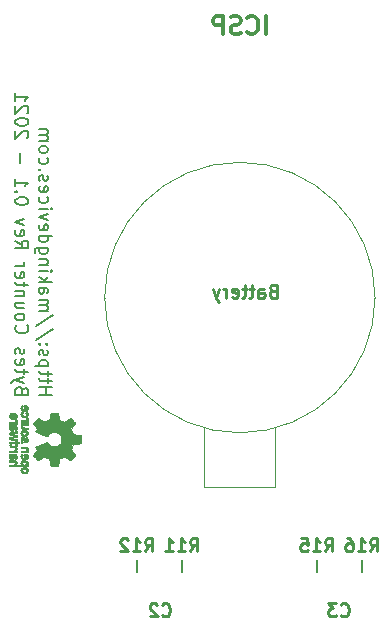
<source format=gbr>
%TF.GenerationSoftware,KiCad,Pcbnew,(5.1.10)-1*%
%TF.CreationDate,2021-07-01T23:18:39+02:00*%
%TF.ProjectId,BytesCounter,42797465-7343-46f7-956e-7465722e6b69,rev?*%
%TF.SameCoordinates,Original*%
%TF.FileFunction,Legend,Bot*%
%TF.FilePolarity,Positive*%
%FSLAX46Y46*%
G04 Gerber Fmt 4.6, Leading zero omitted, Abs format (unit mm)*
G04 Created by KiCad (PCBNEW (5.1.10)-1) date 2021-07-01 23:18:39*
%MOMM*%
%LPD*%
G01*
G04 APERTURE LIST*
%ADD10C,0.200000*%
%ADD11C,0.300000*%
%ADD12C,0.275000*%
%ADD13C,0.010000*%
%ADD14C,0.100000*%
%ADD15C,0.254000*%
%ADD16C,1.850000*%
%ADD17C,1.950000*%
%ADD18C,1.500000*%
%ADD19R,1.500000X1.500000*%
%ADD20R,1.000000X1.400000*%
%ADD21C,1.300000*%
%ADD22C,1.725000*%
%ADD23R,1.725000X1.725000*%
%ADD24R,1.050000X1.470000*%
G04 APERTURE END LIST*
D10*
X102578571Y-65861904D02*
X102526190Y-65704761D01*
X102473809Y-65652380D01*
X102369047Y-65600000D01*
X102211904Y-65600000D01*
X102107142Y-65652380D01*
X102054761Y-65704761D01*
X102002380Y-65809523D01*
X102002380Y-66228571D01*
X103102380Y-66228571D01*
X103102380Y-65861904D01*
X103050000Y-65757142D01*
X102997619Y-65704761D01*
X102892857Y-65652380D01*
X102788095Y-65652380D01*
X102683333Y-65704761D01*
X102630952Y-65757142D01*
X102578571Y-65861904D01*
X102578571Y-66228571D01*
X102735714Y-65233333D02*
X102002380Y-64971428D01*
X102735714Y-64709523D02*
X102002380Y-64971428D01*
X101740476Y-65076190D01*
X101688095Y-65128571D01*
X101635714Y-65233333D01*
X102735714Y-64447619D02*
X102735714Y-64028571D01*
X103102380Y-64290476D02*
X102159523Y-64290476D01*
X102054761Y-64238095D01*
X102002380Y-64133333D01*
X102002380Y-64028571D01*
X102054761Y-63242857D02*
X102002380Y-63347619D01*
X102002380Y-63557142D01*
X102054761Y-63661904D01*
X102159523Y-63714285D01*
X102578571Y-63714285D01*
X102683333Y-63661904D01*
X102735714Y-63557142D01*
X102735714Y-63347619D01*
X102683333Y-63242857D01*
X102578571Y-63190476D01*
X102473809Y-63190476D01*
X102369047Y-63714285D01*
X102054761Y-62771428D02*
X102002380Y-62666666D01*
X102002380Y-62457142D01*
X102054761Y-62352380D01*
X102159523Y-62300000D01*
X102211904Y-62300000D01*
X102316666Y-62352380D01*
X102369047Y-62457142D01*
X102369047Y-62614285D01*
X102421428Y-62719047D01*
X102526190Y-62771428D01*
X102578571Y-62771428D01*
X102683333Y-62719047D01*
X102735714Y-62614285D01*
X102735714Y-62457142D01*
X102683333Y-62352380D01*
X102107142Y-60361904D02*
X102054761Y-60414285D01*
X102002380Y-60571428D01*
X102002380Y-60676190D01*
X102054761Y-60833333D01*
X102159523Y-60938095D01*
X102264285Y-60990476D01*
X102473809Y-61042857D01*
X102630952Y-61042857D01*
X102840476Y-60990476D01*
X102945238Y-60938095D01*
X103050000Y-60833333D01*
X103102380Y-60676190D01*
X103102380Y-60571428D01*
X103050000Y-60414285D01*
X102997619Y-60361904D01*
X102002380Y-59733333D02*
X102054761Y-59838095D01*
X102107142Y-59890476D01*
X102211904Y-59942857D01*
X102526190Y-59942857D01*
X102630952Y-59890476D01*
X102683333Y-59838095D01*
X102735714Y-59733333D01*
X102735714Y-59576190D01*
X102683333Y-59471428D01*
X102630952Y-59419047D01*
X102526190Y-59366666D01*
X102211904Y-59366666D01*
X102107142Y-59419047D01*
X102054761Y-59471428D01*
X102002380Y-59576190D01*
X102002380Y-59733333D01*
X102735714Y-58423809D02*
X102002380Y-58423809D01*
X102735714Y-58895238D02*
X102159523Y-58895238D01*
X102054761Y-58842857D01*
X102002380Y-58738095D01*
X102002380Y-58580952D01*
X102054761Y-58476190D01*
X102107142Y-58423809D01*
X102735714Y-57900000D02*
X102002380Y-57900000D01*
X102630952Y-57900000D02*
X102683333Y-57847619D01*
X102735714Y-57742857D01*
X102735714Y-57585714D01*
X102683333Y-57480952D01*
X102578571Y-57428571D01*
X102002380Y-57428571D01*
X102735714Y-57061904D02*
X102735714Y-56642857D01*
X103102380Y-56904761D02*
X102159523Y-56904761D01*
X102054761Y-56852380D01*
X102002380Y-56747619D01*
X102002380Y-56642857D01*
X102054761Y-55857142D02*
X102002380Y-55961904D01*
X102002380Y-56171428D01*
X102054761Y-56276190D01*
X102159523Y-56328571D01*
X102578571Y-56328571D01*
X102683333Y-56276190D01*
X102735714Y-56171428D01*
X102735714Y-55961904D01*
X102683333Y-55857142D01*
X102578571Y-55804761D01*
X102473809Y-55804761D01*
X102369047Y-56328571D01*
X102002380Y-55333333D02*
X102735714Y-55333333D01*
X102526190Y-55333333D02*
X102630952Y-55280952D01*
X102683333Y-55228571D01*
X102735714Y-55123809D01*
X102735714Y-55019047D01*
X102002380Y-53185714D02*
X102526190Y-53552380D01*
X102002380Y-53814285D02*
X103102380Y-53814285D01*
X103102380Y-53395238D01*
X103050000Y-53290476D01*
X102997619Y-53238095D01*
X102892857Y-53185714D01*
X102735714Y-53185714D01*
X102630952Y-53238095D01*
X102578571Y-53290476D01*
X102526190Y-53395238D01*
X102526190Y-53814285D01*
X102054761Y-52295238D02*
X102002380Y-52399999D01*
X102002380Y-52609523D01*
X102054761Y-52714285D01*
X102159523Y-52766666D01*
X102578571Y-52766666D01*
X102683333Y-52714285D01*
X102735714Y-52609523D01*
X102735714Y-52399999D01*
X102683333Y-52295238D01*
X102578571Y-52242857D01*
X102473809Y-52242857D01*
X102369047Y-52766666D01*
X102735714Y-51876190D02*
X102002380Y-51614285D01*
X102735714Y-51352380D01*
X103102380Y-49885714D02*
X103102380Y-49780952D01*
X103050000Y-49676190D01*
X102997619Y-49623809D01*
X102892857Y-49571428D01*
X102683333Y-49519047D01*
X102421428Y-49519047D01*
X102211904Y-49571428D01*
X102107142Y-49623809D01*
X102054761Y-49676190D01*
X102002380Y-49780952D01*
X102002380Y-49885714D01*
X102054761Y-49990476D01*
X102107142Y-50042857D01*
X102211904Y-50095238D01*
X102421428Y-50147619D01*
X102683333Y-50147619D01*
X102892857Y-50095238D01*
X102997619Y-50042857D01*
X103050000Y-49990476D01*
X103102380Y-49885714D01*
X102107142Y-49047619D02*
X102054761Y-48995238D01*
X102002380Y-49047619D01*
X102054761Y-49099999D01*
X102107142Y-49047619D01*
X102002380Y-49047619D01*
X102002380Y-47947619D02*
X102002380Y-48576190D01*
X102002380Y-48261904D02*
X103102380Y-48261904D01*
X102945238Y-48366666D01*
X102840476Y-48471428D01*
X102788095Y-48576190D01*
X102421428Y-46638095D02*
X102421428Y-45799999D01*
X102997619Y-44490476D02*
X103050000Y-44438095D01*
X103102380Y-44333333D01*
X103102380Y-44071428D01*
X103050000Y-43966666D01*
X102997619Y-43914285D01*
X102892857Y-43861904D01*
X102788095Y-43861904D01*
X102630952Y-43914285D01*
X102002380Y-44542857D01*
X102002380Y-43861904D01*
X103102380Y-43180952D02*
X103102380Y-43076190D01*
X103050000Y-42971428D01*
X102997619Y-42919047D01*
X102892857Y-42866666D01*
X102683333Y-42814285D01*
X102421428Y-42814285D01*
X102211904Y-42866666D01*
X102107142Y-42919047D01*
X102054761Y-42971428D01*
X102002380Y-43076190D01*
X102002380Y-43180952D01*
X102054761Y-43285714D01*
X102107142Y-43338095D01*
X102211904Y-43390476D01*
X102421428Y-43442857D01*
X102683333Y-43442857D01*
X102892857Y-43390476D01*
X102997619Y-43338095D01*
X103050000Y-43285714D01*
X103102380Y-43180952D01*
X102997619Y-42395238D02*
X103050000Y-42342857D01*
X103102380Y-42238095D01*
X103102380Y-41976190D01*
X103050000Y-41871428D01*
X102997619Y-41819047D01*
X102892857Y-41766666D01*
X102788095Y-41766666D01*
X102630952Y-41819047D01*
X102002380Y-42447619D01*
X102002380Y-41766666D01*
X102002380Y-40719047D02*
X102002380Y-41347619D01*
X102002380Y-41033333D02*
X103102380Y-41033333D01*
X102945238Y-41138095D01*
X102840476Y-41242857D01*
X102788095Y-41347619D01*
X104002380Y-66235714D02*
X105102380Y-66235714D01*
X104578571Y-66235714D02*
X104578571Y-65607142D01*
X104002380Y-65607142D02*
X105102380Y-65607142D01*
X104735714Y-65240476D02*
X104735714Y-64821428D01*
X105102380Y-65083333D02*
X104159523Y-65083333D01*
X104054761Y-65030952D01*
X104002380Y-64926190D01*
X104002380Y-64821428D01*
X104735714Y-64611904D02*
X104735714Y-64192857D01*
X105102380Y-64454761D02*
X104159523Y-64454761D01*
X104054761Y-64402380D01*
X104002380Y-64297619D01*
X104002380Y-64192857D01*
X104735714Y-63826190D02*
X103635714Y-63826190D01*
X104683333Y-63826190D02*
X104735714Y-63721428D01*
X104735714Y-63511904D01*
X104683333Y-63407142D01*
X104630952Y-63354761D01*
X104526190Y-63302380D01*
X104211904Y-63302380D01*
X104107142Y-63354761D01*
X104054761Y-63407142D01*
X104002380Y-63511904D01*
X104002380Y-63721428D01*
X104054761Y-63826190D01*
X104054761Y-62883333D02*
X104002380Y-62778571D01*
X104002380Y-62569047D01*
X104054761Y-62464285D01*
X104159523Y-62411904D01*
X104211904Y-62411904D01*
X104316666Y-62464285D01*
X104369047Y-62569047D01*
X104369047Y-62726190D01*
X104421428Y-62830952D01*
X104526190Y-62883333D01*
X104578571Y-62883333D01*
X104683333Y-62830952D01*
X104735714Y-62726190D01*
X104735714Y-62569047D01*
X104683333Y-62464285D01*
X104107142Y-61940476D02*
X104054761Y-61888095D01*
X104002380Y-61940476D01*
X104054761Y-61992857D01*
X104107142Y-61940476D01*
X104002380Y-61940476D01*
X104683333Y-61940476D02*
X104630952Y-61888095D01*
X104578571Y-61940476D01*
X104630952Y-61992857D01*
X104683333Y-61940476D01*
X104578571Y-61940476D01*
X105154761Y-60630952D02*
X103740476Y-61573809D01*
X105154761Y-59478571D02*
X103740476Y-60421428D01*
X104002380Y-59111904D02*
X104735714Y-59111904D01*
X104630952Y-59111904D02*
X104683333Y-59059523D01*
X104735714Y-58954761D01*
X104735714Y-58797619D01*
X104683333Y-58692857D01*
X104578571Y-58640476D01*
X104002380Y-58640476D01*
X104578571Y-58640476D02*
X104683333Y-58588095D01*
X104735714Y-58483333D01*
X104735714Y-58326190D01*
X104683333Y-58221428D01*
X104578571Y-58169047D01*
X104002380Y-58169047D01*
X104002380Y-57173809D02*
X104578571Y-57173809D01*
X104683333Y-57226190D01*
X104735714Y-57330952D01*
X104735714Y-57540476D01*
X104683333Y-57645238D01*
X104054761Y-57173809D02*
X104002380Y-57278571D01*
X104002380Y-57540476D01*
X104054761Y-57645238D01*
X104159523Y-57697619D01*
X104264285Y-57697619D01*
X104369047Y-57645238D01*
X104421428Y-57540476D01*
X104421428Y-57278571D01*
X104473809Y-57173809D01*
X104002380Y-56650000D02*
X105102380Y-56650000D01*
X104421428Y-56545238D02*
X104002380Y-56230952D01*
X104735714Y-56230952D02*
X104316666Y-56650000D01*
X104002380Y-55759523D02*
X104735714Y-55759523D01*
X105102380Y-55759523D02*
X105050000Y-55811904D01*
X104997619Y-55759523D01*
X105050000Y-55707142D01*
X105102380Y-55759523D01*
X104997619Y-55759523D01*
X104735714Y-55235714D02*
X104002380Y-55235714D01*
X104630952Y-55235714D02*
X104683333Y-55183333D01*
X104735714Y-55078571D01*
X104735714Y-54921428D01*
X104683333Y-54816666D01*
X104578571Y-54764285D01*
X104002380Y-54764285D01*
X104735714Y-53769047D02*
X103845238Y-53769047D01*
X103740476Y-53821428D01*
X103688095Y-53873809D01*
X103635714Y-53978571D01*
X103635714Y-54135714D01*
X103688095Y-54240476D01*
X104054761Y-53769047D02*
X104002380Y-53873809D01*
X104002380Y-54083333D01*
X104054761Y-54188095D01*
X104107142Y-54240476D01*
X104211904Y-54292857D01*
X104526190Y-54292857D01*
X104630952Y-54240476D01*
X104683333Y-54188095D01*
X104735714Y-54083333D01*
X104735714Y-53873809D01*
X104683333Y-53769047D01*
X104002380Y-52773809D02*
X105102380Y-52773809D01*
X104054761Y-52773809D02*
X104002380Y-52878571D01*
X104002380Y-53088095D01*
X104054761Y-53192857D01*
X104107142Y-53245238D01*
X104211904Y-53297619D01*
X104526190Y-53297619D01*
X104630952Y-53245238D01*
X104683333Y-53192857D01*
X104735714Y-53088095D01*
X104735714Y-52878571D01*
X104683333Y-52773809D01*
X104054761Y-51830952D02*
X104002380Y-51935714D01*
X104002380Y-52145238D01*
X104054761Y-52250000D01*
X104159523Y-52302380D01*
X104578571Y-52302380D01*
X104683333Y-52250000D01*
X104735714Y-52145238D01*
X104735714Y-51935714D01*
X104683333Y-51830952D01*
X104578571Y-51778571D01*
X104473809Y-51778571D01*
X104369047Y-52302380D01*
X104735714Y-51411904D02*
X104002380Y-51150000D01*
X104735714Y-50888095D01*
X104002380Y-50469047D02*
X104735714Y-50469047D01*
X105102380Y-50469047D02*
X105050000Y-50521428D01*
X104997619Y-50469047D01*
X105050000Y-50416666D01*
X105102380Y-50469047D01*
X104997619Y-50469047D01*
X104054761Y-49473809D02*
X104002380Y-49578571D01*
X104002380Y-49788095D01*
X104054761Y-49892857D01*
X104107142Y-49945238D01*
X104211904Y-49997619D01*
X104526190Y-49997619D01*
X104630952Y-49945238D01*
X104683333Y-49892857D01*
X104735714Y-49788095D01*
X104735714Y-49578571D01*
X104683333Y-49473809D01*
X104054761Y-48583333D02*
X104002380Y-48688095D01*
X104002380Y-48897619D01*
X104054761Y-49002380D01*
X104159523Y-49054761D01*
X104578571Y-49054761D01*
X104683333Y-49002380D01*
X104735714Y-48897619D01*
X104735714Y-48688095D01*
X104683333Y-48583333D01*
X104578571Y-48530952D01*
X104473809Y-48530952D01*
X104369047Y-49054761D01*
X104054761Y-48111904D02*
X104002380Y-48007142D01*
X104002380Y-47797619D01*
X104054761Y-47692857D01*
X104159523Y-47640476D01*
X104211904Y-47640476D01*
X104316666Y-47692857D01*
X104369047Y-47797619D01*
X104369047Y-47954761D01*
X104421428Y-48059523D01*
X104526190Y-48111904D01*
X104578571Y-48111904D01*
X104683333Y-48059523D01*
X104735714Y-47954761D01*
X104735714Y-47797619D01*
X104683333Y-47692857D01*
X104107142Y-47169047D02*
X104054761Y-47116666D01*
X104002380Y-47169047D01*
X104054761Y-47221428D01*
X104107142Y-47169047D01*
X104002380Y-47169047D01*
X104054761Y-46173809D02*
X104002380Y-46278571D01*
X104002380Y-46488095D01*
X104054761Y-46592857D01*
X104107142Y-46645238D01*
X104211904Y-46697619D01*
X104526190Y-46697619D01*
X104630952Y-46645238D01*
X104683333Y-46592857D01*
X104735714Y-46488095D01*
X104735714Y-46278571D01*
X104683333Y-46173809D01*
X104002380Y-45545238D02*
X104054761Y-45650000D01*
X104107142Y-45702380D01*
X104211904Y-45754761D01*
X104526190Y-45754761D01*
X104630952Y-45702380D01*
X104683333Y-45650000D01*
X104735714Y-45545238D01*
X104735714Y-45388095D01*
X104683333Y-45283333D01*
X104630952Y-45230952D01*
X104526190Y-45178571D01*
X104211904Y-45178571D01*
X104107142Y-45230952D01*
X104054761Y-45283333D01*
X104002380Y-45388095D01*
X104002380Y-45545238D01*
X104002380Y-44707142D02*
X104735714Y-44707142D01*
X104630952Y-44707142D02*
X104683333Y-44654761D01*
X104735714Y-44550000D01*
X104735714Y-44392857D01*
X104683333Y-44288095D01*
X104578571Y-44235714D01*
X104002380Y-44235714D01*
X104578571Y-44235714D02*
X104683333Y-44183333D01*
X104735714Y-44078571D01*
X104735714Y-43921428D01*
X104683333Y-43816666D01*
X104578571Y-43764285D01*
X104002380Y-43764285D01*
D11*
X123214285Y-35678571D02*
X123214285Y-34178571D01*
X121642857Y-35535714D02*
X121714285Y-35607142D01*
X121928571Y-35678571D01*
X122071428Y-35678571D01*
X122285714Y-35607142D01*
X122428571Y-35464285D01*
X122500000Y-35321428D01*
X122571428Y-35035714D01*
X122571428Y-34821428D01*
X122500000Y-34535714D01*
X122428571Y-34392857D01*
X122285714Y-34250000D01*
X122071428Y-34178571D01*
X121928571Y-34178571D01*
X121714285Y-34250000D01*
X121642857Y-34321428D01*
X121071428Y-35607142D02*
X120857142Y-35678571D01*
X120500000Y-35678571D01*
X120357142Y-35607142D01*
X120285714Y-35535714D01*
X120214285Y-35392857D01*
X120214285Y-35250000D01*
X120285714Y-35107142D01*
X120357142Y-35035714D01*
X120500000Y-34964285D01*
X120785714Y-34892857D01*
X120928571Y-34821428D01*
X121000000Y-34750000D01*
X121071428Y-34607142D01*
X121071428Y-34464285D01*
X121000000Y-34321428D01*
X120928571Y-34250000D01*
X120785714Y-34178571D01*
X120428571Y-34178571D01*
X120214285Y-34250000D01*
X119571428Y-35678571D02*
X119571428Y-34178571D01*
X119000000Y-34178571D01*
X118857142Y-34250000D01*
X118785714Y-34321428D01*
X118714285Y-34464285D01*
X118714285Y-34678571D01*
X118785714Y-34821428D01*
X118857142Y-34892857D01*
X119000000Y-34964285D01*
X119571428Y-34964285D01*
D12*
X123778571Y-57421428D02*
X123621428Y-57473809D01*
X123569047Y-57526190D01*
X123516666Y-57630952D01*
X123516666Y-57788095D01*
X123569047Y-57892857D01*
X123621428Y-57945238D01*
X123726190Y-57997619D01*
X124145238Y-57997619D01*
X124145238Y-56897619D01*
X123778571Y-56897619D01*
X123673809Y-56950000D01*
X123621428Y-57002380D01*
X123569047Y-57107142D01*
X123569047Y-57211904D01*
X123621428Y-57316666D01*
X123673809Y-57369047D01*
X123778571Y-57421428D01*
X124145238Y-57421428D01*
X122573809Y-57997619D02*
X122573809Y-57421428D01*
X122626190Y-57316666D01*
X122730952Y-57264285D01*
X122940476Y-57264285D01*
X123045238Y-57316666D01*
X122573809Y-57945238D02*
X122678571Y-57997619D01*
X122940476Y-57997619D01*
X123045238Y-57945238D01*
X123097619Y-57840476D01*
X123097619Y-57735714D01*
X123045238Y-57630952D01*
X122940476Y-57578571D01*
X122678571Y-57578571D01*
X122573809Y-57526190D01*
X122207142Y-57264285D02*
X121788095Y-57264285D01*
X122050000Y-56897619D02*
X122050000Y-57840476D01*
X121997619Y-57945238D01*
X121892857Y-57997619D01*
X121788095Y-57997619D01*
X121578571Y-57264285D02*
X121159523Y-57264285D01*
X121421428Y-56897619D02*
X121421428Y-57840476D01*
X121369047Y-57945238D01*
X121264285Y-57997619D01*
X121159523Y-57997619D01*
X120373809Y-57945238D02*
X120478571Y-57997619D01*
X120688095Y-57997619D01*
X120792857Y-57945238D01*
X120845238Y-57840476D01*
X120845238Y-57421428D01*
X120792857Y-57316666D01*
X120688095Y-57264285D01*
X120478571Y-57264285D01*
X120373809Y-57316666D01*
X120321428Y-57421428D01*
X120321428Y-57526190D01*
X120845238Y-57630952D01*
X119850000Y-57997619D02*
X119850000Y-57264285D01*
X119850000Y-57473809D02*
X119797619Y-57369047D01*
X119745238Y-57316666D01*
X119640476Y-57264285D01*
X119535714Y-57264285D01*
X119273809Y-57264285D02*
X119011904Y-57997619D01*
X118750000Y-57264285D02*
X119011904Y-57997619D01*
X119116666Y-58259523D01*
X119169047Y-58311904D01*
X119273809Y-58364285D01*
D11*
D13*
%TO.C,REF\u002A\u002A*%
G36*
X107209982Y-69623036D02*
G01*
X106908430Y-69566188D01*
X106735488Y-69146662D01*
X106906605Y-68895016D01*
X106954250Y-68824542D01*
X106996790Y-68760837D01*
X107032285Y-68706874D01*
X107058790Y-68665627D01*
X107074364Y-68640066D01*
X107077722Y-68633105D01*
X107069086Y-68620565D01*
X107045208Y-68593769D01*
X107009141Y-68555720D01*
X106963933Y-68509421D01*
X106912636Y-68457877D01*
X106858299Y-68404091D01*
X106803972Y-68351065D01*
X106752705Y-68301805D01*
X106707549Y-68259313D01*
X106671554Y-68226593D01*
X106647770Y-68206649D01*
X106639810Y-68201881D01*
X106625135Y-68208743D01*
X106592986Y-68227980D01*
X106546508Y-68257570D01*
X106488844Y-68295490D01*
X106423140Y-68339718D01*
X106385664Y-68365346D01*
X106317232Y-68412059D01*
X106255480Y-68453568D01*
X106203481Y-68487860D01*
X106164308Y-68512920D01*
X106141035Y-68526736D01*
X106136145Y-68528812D01*
X106122245Y-68524105D01*
X106089850Y-68511277D01*
X106043515Y-68492262D01*
X105987794Y-68468997D01*
X105927242Y-68443416D01*
X105866414Y-68417455D01*
X105809864Y-68393050D01*
X105762148Y-68372137D01*
X105727819Y-68356651D01*
X105711432Y-68348528D01*
X105710788Y-68348048D01*
X105707659Y-68335293D01*
X105700679Y-68301323D01*
X105690533Y-68249660D01*
X105677908Y-68183824D01*
X105663491Y-68107336D01*
X105655177Y-68062710D01*
X105639616Y-67980979D01*
X105624808Y-67907157D01*
X105611564Y-67844979D01*
X105600695Y-67798178D01*
X105593011Y-67770491D01*
X105590573Y-67764926D01*
X105574070Y-67759474D01*
X105536800Y-67755076D01*
X105483120Y-67751728D01*
X105417388Y-67749426D01*
X105343963Y-67748168D01*
X105267204Y-67747952D01*
X105191468Y-67748773D01*
X105121114Y-67750629D01*
X105060500Y-67753518D01*
X105013984Y-67757435D01*
X104985925Y-67762378D01*
X104980084Y-67765343D01*
X104973083Y-67783066D01*
X104963073Y-67820619D01*
X104951231Y-67873036D01*
X104938733Y-67935348D01*
X104934690Y-67957100D01*
X104915480Y-68061976D01*
X104900009Y-68144820D01*
X104887663Y-68208370D01*
X104877827Y-68255363D01*
X104869886Y-68288537D01*
X104863224Y-68310629D01*
X104857227Y-68324376D01*
X104851281Y-68332516D01*
X104850106Y-68333655D01*
X104831174Y-68345023D01*
X104794331Y-68362365D01*
X104744087Y-68383950D01*
X104684954Y-68408046D01*
X104621444Y-68432921D01*
X104558068Y-68456843D01*
X104499338Y-68478081D01*
X104449765Y-68494903D01*
X104413861Y-68505578D01*
X104396138Y-68508373D01*
X104395517Y-68508140D01*
X104381030Y-68498669D01*
X104349156Y-68477182D01*
X104303211Y-68445937D01*
X104246515Y-68407193D01*
X104182383Y-68363207D01*
X104164158Y-68350681D01*
X104098086Y-68306016D01*
X104037800Y-68266712D01*
X103986765Y-68234912D01*
X103948440Y-68212755D01*
X103926289Y-68202383D01*
X103923568Y-68201881D01*
X103909264Y-68210595D01*
X103880928Y-68234675D01*
X103841604Y-68271024D01*
X103794339Y-68316547D01*
X103742177Y-68368148D01*
X103688165Y-68422733D01*
X103635347Y-68477206D01*
X103586769Y-68528471D01*
X103545477Y-68573433D01*
X103514515Y-68608996D01*
X103496930Y-68632065D01*
X103494059Y-68638446D01*
X103500822Y-68653301D01*
X103519061Y-68683714D01*
X103545703Y-68724732D01*
X103567148Y-68756291D01*
X103606497Y-68813475D01*
X103652829Y-68881194D01*
X103699087Y-68949120D01*
X103723845Y-68985639D01*
X103807453Y-69109248D01*
X103751350Y-69213009D01*
X103726772Y-69260280D01*
X103707669Y-69300477D01*
X103696773Y-69327674D01*
X103695257Y-69334598D01*
X103706451Y-69342923D01*
X103738083Y-69359346D01*
X103787235Y-69382643D01*
X103850990Y-69411586D01*
X103926429Y-69444950D01*
X104010636Y-69481509D01*
X104100692Y-69520036D01*
X104193679Y-69559306D01*
X104286680Y-69598092D01*
X104376777Y-69635170D01*
X104461052Y-69669311D01*
X104536587Y-69699292D01*
X104600466Y-69723884D01*
X104649769Y-69741864D01*
X104681579Y-69752003D01*
X104692504Y-69753634D01*
X104706439Y-69740709D01*
X104729060Y-69712411D01*
X104755667Y-69674654D01*
X104757772Y-69671485D01*
X104835886Y-69573900D01*
X104927018Y-69495214D01*
X105028255Y-69436109D01*
X105136682Y-69397268D01*
X105249386Y-69379372D01*
X105363452Y-69383103D01*
X105475966Y-69409143D01*
X105584015Y-69458175D01*
X105607655Y-69472600D01*
X105703113Y-69547631D01*
X105779768Y-69636270D01*
X105837220Y-69735451D01*
X105875071Y-69842105D01*
X105892922Y-69953164D01*
X105890375Y-70065561D01*
X105867030Y-70176227D01*
X105822490Y-70282094D01*
X105756355Y-70380095D01*
X105729513Y-70410410D01*
X105645488Y-70487562D01*
X105557034Y-70543782D01*
X105457885Y-70582347D01*
X105359697Y-70603826D01*
X105249303Y-70609128D01*
X105138360Y-70591448D01*
X105030619Y-70552581D01*
X104929831Y-70494323D01*
X104839744Y-70418469D01*
X104764108Y-70326817D01*
X104756136Y-70314772D01*
X104730026Y-70276611D01*
X104707405Y-70247601D01*
X104692961Y-70233732D01*
X104692504Y-70233531D01*
X104676879Y-70236508D01*
X104641418Y-70248311D01*
X104589038Y-70267714D01*
X104522655Y-70293488D01*
X104445186Y-70324409D01*
X104359550Y-70359249D01*
X104268663Y-70396783D01*
X104175441Y-70435783D01*
X104082803Y-70475023D01*
X103993665Y-70513276D01*
X103910945Y-70549317D01*
X103837559Y-70581917D01*
X103776425Y-70609852D01*
X103730459Y-70631895D01*
X103702579Y-70646818D01*
X103695257Y-70652828D01*
X103700959Y-70671191D01*
X103716251Y-70705552D01*
X103738401Y-70749984D01*
X103751350Y-70774417D01*
X103807453Y-70878178D01*
X103723845Y-71001787D01*
X103681013Y-71064886D01*
X103633878Y-71133970D01*
X103589497Y-71198707D01*
X103567148Y-71231134D01*
X103536523Y-71276741D01*
X103512253Y-71315360D01*
X103497413Y-71341952D01*
X103494276Y-71350590D01*
X103502739Y-71363161D01*
X103526364Y-71390984D01*
X103562698Y-71431361D01*
X103609289Y-71481595D01*
X103663683Y-71538988D01*
X103698608Y-71575286D01*
X103761004Y-71638790D01*
X103816812Y-71693673D01*
X103863646Y-71737714D01*
X103899118Y-71768695D01*
X103920839Y-71784398D01*
X103925248Y-71785905D01*
X103942015Y-71778914D01*
X103975918Y-71759594D01*
X104023524Y-71730091D01*
X104081401Y-71692545D01*
X104146116Y-71649100D01*
X104164158Y-71636745D01*
X104229733Y-71591727D01*
X104288772Y-71551340D01*
X104337958Y-71517840D01*
X104373972Y-71493486D01*
X104393498Y-71480536D01*
X104395517Y-71479285D01*
X104411078Y-71481156D01*
X104445291Y-71491087D01*
X104493645Y-71507347D01*
X104551629Y-71528205D01*
X104614730Y-71551927D01*
X104678437Y-71576784D01*
X104738239Y-71601042D01*
X104789624Y-71622971D01*
X104828081Y-71640838D01*
X104849098Y-71652913D01*
X104850106Y-71653771D01*
X104856112Y-71661154D01*
X104862052Y-71673625D01*
X104868540Y-71693920D01*
X104876191Y-71724778D01*
X104885620Y-71768934D01*
X104897441Y-71829126D01*
X104912271Y-71908093D01*
X104930723Y-72008570D01*
X104934690Y-72030325D01*
X104947147Y-72094802D01*
X104959334Y-72151011D01*
X104970074Y-72193987D01*
X104978191Y-72218760D01*
X104980084Y-72222082D01*
X104996862Y-72227556D01*
X105034355Y-72232006D01*
X105088206Y-72235428D01*
X105154056Y-72237819D01*
X105227547Y-72239177D01*
X105304320Y-72239499D01*
X105380017Y-72238781D01*
X105450280Y-72237021D01*
X105510750Y-72234216D01*
X105557070Y-72230362D01*
X105584881Y-72225457D01*
X105590573Y-72222500D01*
X105596314Y-72206037D01*
X105605655Y-72168551D01*
X105617785Y-72113775D01*
X105631893Y-72045445D01*
X105647170Y-71967294D01*
X105655177Y-71924716D01*
X105670279Y-71843929D01*
X105683960Y-71771887D01*
X105695533Y-71712111D01*
X105704313Y-71668121D01*
X105709613Y-71643439D01*
X105710788Y-71639377D01*
X105724035Y-71632511D01*
X105755943Y-71617998D01*
X105801953Y-71597771D01*
X105857508Y-71573766D01*
X105918047Y-71547918D01*
X105979014Y-71522160D01*
X106035849Y-71498427D01*
X106083994Y-71478654D01*
X106118890Y-71464776D01*
X106135979Y-71458726D01*
X106136726Y-71458614D01*
X106150207Y-71465472D01*
X106181230Y-71484698D01*
X106226711Y-71514272D01*
X106283568Y-71552173D01*
X106348717Y-71596380D01*
X106386138Y-71622079D01*
X106454753Y-71668907D01*
X106517048Y-71710499D01*
X106569871Y-71744825D01*
X106610073Y-71769857D01*
X106634500Y-71783565D01*
X106639976Y-71785544D01*
X106652722Y-71777034D01*
X106679937Y-71753507D01*
X106718572Y-71717968D01*
X106765577Y-71673423D01*
X106817905Y-71622877D01*
X106872505Y-71569336D01*
X106926330Y-71515805D01*
X106976330Y-71465289D01*
X107019457Y-71420794D01*
X107052661Y-71385325D01*
X107072894Y-71361887D01*
X107077722Y-71354046D01*
X107070933Y-71341280D01*
X107051858Y-71310744D01*
X107022439Y-71265410D01*
X106984619Y-71208244D01*
X106940339Y-71142216D01*
X106906605Y-71092410D01*
X106735488Y-70840764D01*
X106821959Y-70631001D01*
X106908430Y-70421237D01*
X107209982Y-70364389D01*
X107511534Y-70307540D01*
X107511534Y-69679885D01*
X107209982Y-69623036D01*
G37*
X107209982Y-69623036D02*
X106908430Y-69566188D01*
X106735488Y-69146662D01*
X106906605Y-68895016D01*
X106954250Y-68824542D01*
X106996790Y-68760837D01*
X107032285Y-68706874D01*
X107058790Y-68665627D01*
X107074364Y-68640066D01*
X107077722Y-68633105D01*
X107069086Y-68620565D01*
X107045208Y-68593769D01*
X107009141Y-68555720D01*
X106963933Y-68509421D01*
X106912636Y-68457877D01*
X106858299Y-68404091D01*
X106803972Y-68351065D01*
X106752705Y-68301805D01*
X106707549Y-68259313D01*
X106671554Y-68226593D01*
X106647770Y-68206649D01*
X106639810Y-68201881D01*
X106625135Y-68208743D01*
X106592986Y-68227980D01*
X106546508Y-68257570D01*
X106488844Y-68295490D01*
X106423140Y-68339718D01*
X106385664Y-68365346D01*
X106317232Y-68412059D01*
X106255480Y-68453568D01*
X106203481Y-68487860D01*
X106164308Y-68512920D01*
X106141035Y-68526736D01*
X106136145Y-68528812D01*
X106122245Y-68524105D01*
X106089850Y-68511277D01*
X106043515Y-68492262D01*
X105987794Y-68468997D01*
X105927242Y-68443416D01*
X105866414Y-68417455D01*
X105809864Y-68393050D01*
X105762148Y-68372137D01*
X105727819Y-68356651D01*
X105711432Y-68348528D01*
X105710788Y-68348048D01*
X105707659Y-68335293D01*
X105700679Y-68301323D01*
X105690533Y-68249660D01*
X105677908Y-68183824D01*
X105663491Y-68107336D01*
X105655177Y-68062710D01*
X105639616Y-67980979D01*
X105624808Y-67907157D01*
X105611564Y-67844979D01*
X105600695Y-67798178D01*
X105593011Y-67770491D01*
X105590573Y-67764926D01*
X105574070Y-67759474D01*
X105536800Y-67755076D01*
X105483120Y-67751728D01*
X105417388Y-67749426D01*
X105343963Y-67748168D01*
X105267204Y-67747952D01*
X105191468Y-67748773D01*
X105121114Y-67750629D01*
X105060500Y-67753518D01*
X105013984Y-67757435D01*
X104985925Y-67762378D01*
X104980084Y-67765343D01*
X104973083Y-67783066D01*
X104963073Y-67820619D01*
X104951231Y-67873036D01*
X104938733Y-67935348D01*
X104934690Y-67957100D01*
X104915480Y-68061976D01*
X104900009Y-68144820D01*
X104887663Y-68208370D01*
X104877827Y-68255363D01*
X104869886Y-68288537D01*
X104863224Y-68310629D01*
X104857227Y-68324376D01*
X104851281Y-68332516D01*
X104850106Y-68333655D01*
X104831174Y-68345023D01*
X104794331Y-68362365D01*
X104744087Y-68383950D01*
X104684954Y-68408046D01*
X104621444Y-68432921D01*
X104558068Y-68456843D01*
X104499338Y-68478081D01*
X104449765Y-68494903D01*
X104413861Y-68505578D01*
X104396138Y-68508373D01*
X104395517Y-68508140D01*
X104381030Y-68498669D01*
X104349156Y-68477182D01*
X104303211Y-68445937D01*
X104246515Y-68407193D01*
X104182383Y-68363207D01*
X104164158Y-68350681D01*
X104098086Y-68306016D01*
X104037800Y-68266712D01*
X103986765Y-68234912D01*
X103948440Y-68212755D01*
X103926289Y-68202383D01*
X103923568Y-68201881D01*
X103909264Y-68210595D01*
X103880928Y-68234675D01*
X103841604Y-68271024D01*
X103794339Y-68316547D01*
X103742177Y-68368148D01*
X103688165Y-68422733D01*
X103635347Y-68477206D01*
X103586769Y-68528471D01*
X103545477Y-68573433D01*
X103514515Y-68608996D01*
X103496930Y-68632065D01*
X103494059Y-68638446D01*
X103500822Y-68653301D01*
X103519061Y-68683714D01*
X103545703Y-68724732D01*
X103567148Y-68756291D01*
X103606497Y-68813475D01*
X103652829Y-68881194D01*
X103699087Y-68949120D01*
X103723845Y-68985639D01*
X103807453Y-69109248D01*
X103751350Y-69213009D01*
X103726772Y-69260280D01*
X103707669Y-69300477D01*
X103696773Y-69327674D01*
X103695257Y-69334598D01*
X103706451Y-69342923D01*
X103738083Y-69359346D01*
X103787235Y-69382643D01*
X103850990Y-69411586D01*
X103926429Y-69444950D01*
X104010636Y-69481509D01*
X104100692Y-69520036D01*
X104193679Y-69559306D01*
X104286680Y-69598092D01*
X104376777Y-69635170D01*
X104461052Y-69669311D01*
X104536587Y-69699292D01*
X104600466Y-69723884D01*
X104649769Y-69741864D01*
X104681579Y-69752003D01*
X104692504Y-69753634D01*
X104706439Y-69740709D01*
X104729060Y-69712411D01*
X104755667Y-69674654D01*
X104757772Y-69671485D01*
X104835886Y-69573900D01*
X104927018Y-69495214D01*
X105028255Y-69436109D01*
X105136682Y-69397268D01*
X105249386Y-69379372D01*
X105363452Y-69383103D01*
X105475966Y-69409143D01*
X105584015Y-69458175D01*
X105607655Y-69472600D01*
X105703113Y-69547631D01*
X105779768Y-69636270D01*
X105837220Y-69735451D01*
X105875071Y-69842105D01*
X105892922Y-69953164D01*
X105890375Y-70065561D01*
X105867030Y-70176227D01*
X105822490Y-70282094D01*
X105756355Y-70380095D01*
X105729513Y-70410410D01*
X105645488Y-70487562D01*
X105557034Y-70543782D01*
X105457885Y-70582347D01*
X105359697Y-70603826D01*
X105249303Y-70609128D01*
X105138360Y-70591448D01*
X105030619Y-70552581D01*
X104929831Y-70494323D01*
X104839744Y-70418469D01*
X104764108Y-70326817D01*
X104756136Y-70314772D01*
X104730026Y-70276611D01*
X104707405Y-70247601D01*
X104692961Y-70233732D01*
X104692504Y-70233531D01*
X104676879Y-70236508D01*
X104641418Y-70248311D01*
X104589038Y-70267714D01*
X104522655Y-70293488D01*
X104445186Y-70324409D01*
X104359550Y-70359249D01*
X104268663Y-70396783D01*
X104175441Y-70435783D01*
X104082803Y-70475023D01*
X103993665Y-70513276D01*
X103910945Y-70549317D01*
X103837559Y-70581917D01*
X103776425Y-70609852D01*
X103730459Y-70631895D01*
X103702579Y-70646818D01*
X103695257Y-70652828D01*
X103700959Y-70671191D01*
X103716251Y-70705552D01*
X103738401Y-70749984D01*
X103751350Y-70774417D01*
X103807453Y-70878178D01*
X103723845Y-71001787D01*
X103681013Y-71064886D01*
X103633878Y-71133970D01*
X103589497Y-71198707D01*
X103567148Y-71231134D01*
X103536523Y-71276741D01*
X103512253Y-71315360D01*
X103497413Y-71341952D01*
X103494276Y-71350590D01*
X103502739Y-71363161D01*
X103526364Y-71390984D01*
X103562698Y-71431361D01*
X103609289Y-71481595D01*
X103663683Y-71538988D01*
X103698608Y-71575286D01*
X103761004Y-71638790D01*
X103816812Y-71693673D01*
X103863646Y-71737714D01*
X103899118Y-71768695D01*
X103920839Y-71784398D01*
X103925248Y-71785905D01*
X103942015Y-71778914D01*
X103975918Y-71759594D01*
X104023524Y-71730091D01*
X104081401Y-71692545D01*
X104146116Y-71649100D01*
X104164158Y-71636745D01*
X104229733Y-71591727D01*
X104288772Y-71551340D01*
X104337958Y-71517840D01*
X104373972Y-71493486D01*
X104393498Y-71480536D01*
X104395517Y-71479285D01*
X104411078Y-71481156D01*
X104445291Y-71491087D01*
X104493645Y-71507347D01*
X104551629Y-71528205D01*
X104614730Y-71551927D01*
X104678437Y-71576784D01*
X104738239Y-71601042D01*
X104789624Y-71622971D01*
X104828081Y-71640838D01*
X104849098Y-71652913D01*
X104850106Y-71653771D01*
X104856112Y-71661154D01*
X104862052Y-71673625D01*
X104868540Y-71693920D01*
X104876191Y-71724778D01*
X104885620Y-71768934D01*
X104897441Y-71829126D01*
X104912271Y-71908093D01*
X104930723Y-72008570D01*
X104934690Y-72030325D01*
X104947147Y-72094802D01*
X104959334Y-72151011D01*
X104970074Y-72193987D01*
X104978191Y-72218760D01*
X104980084Y-72222082D01*
X104996862Y-72227556D01*
X105034355Y-72232006D01*
X105088206Y-72235428D01*
X105154056Y-72237819D01*
X105227547Y-72239177D01*
X105304320Y-72239499D01*
X105380017Y-72238781D01*
X105450280Y-72237021D01*
X105510750Y-72234216D01*
X105557070Y-72230362D01*
X105584881Y-72225457D01*
X105590573Y-72222500D01*
X105596314Y-72206037D01*
X105605655Y-72168551D01*
X105617785Y-72113775D01*
X105631893Y-72045445D01*
X105647170Y-71967294D01*
X105655177Y-71924716D01*
X105670279Y-71843929D01*
X105683960Y-71771887D01*
X105695533Y-71712111D01*
X105704313Y-71668121D01*
X105709613Y-71643439D01*
X105710788Y-71639377D01*
X105724035Y-71632511D01*
X105755943Y-71617998D01*
X105801953Y-71597771D01*
X105857508Y-71573766D01*
X105918047Y-71547918D01*
X105979014Y-71522160D01*
X106035849Y-71498427D01*
X106083994Y-71478654D01*
X106118890Y-71464776D01*
X106135979Y-71458726D01*
X106136726Y-71458614D01*
X106150207Y-71465472D01*
X106181230Y-71484698D01*
X106226711Y-71514272D01*
X106283568Y-71552173D01*
X106348717Y-71596380D01*
X106386138Y-71622079D01*
X106454753Y-71668907D01*
X106517048Y-71710499D01*
X106569871Y-71744825D01*
X106610073Y-71769857D01*
X106634500Y-71783565D01*
X106639976Y-71785544D01*
X106652722Y-71777034D01*
X106679937Y-71753507D01*
X106718572Y-71717968D01*
X106765577Y-71673423D01*
X106817905Y-71622877D01*
X106872505Y-71569336D01*
X106926330Y-71515805D01*
X106976330Y-71465289D01*
X107019457Y-71420794D01*
X107052661Y-71385325D01*
X107072894Y-71361887D01*
X107077722Y-71354046D01*
X107070933Y-71341280D01*
X107051858Y-71310744D01*
X107022439Y-71265410D01*
X106984619Y-71208244D01*
X106940339Y-71142216D01*
X106906605Y-71092410D01*
X106735488Y-70840764D01*
X106821959Y-70631001D01*
X106908430Y-70421237D01*
X107209982Y-70364389D01*
X107511534Y-70307540D01*
X107511534Y-69679885D01*
X107209982Y-69623036D01*
G36*
X103041970Y-68200540D02*
G01*
X103028755Y-68157289D01*
X103012059Y-68129442D01*
X102998855Y-68120371D01*
X102983203Y-68122868D01*
X102958615Y-68139069D01*
X102941200Y-68152768D01*
X102909717Y-68181008D01*
X102896471Y-68202225D01*
X102897336Y-68220312D01*
X102910990Y-68273965D01*
X102910370Y-68313370D01*
X102894896Y-68345368D01*
X102885839Y-68356110D01*
X102853973Y-68390495D01*
X102437821Y-68390495D01*
X102437821Y-68528812D01*
X103041386Y-68528812D01*
X103041386Y-68459653D01*
X103039744Y-68418131D01*
X103033913Y-68396709D01*
X103022539Y-68390498D01*
X103022202Y-68390495D01*
X103010287Y-68387561D01*
X103011841Y-68374296D01*
X103020437Y-68355916D01*
X103036432Y-68317954D01*
X103046055Y-68287128D01*
X103048522Y-68247464D01*
X103041970Y-68200540D01*
G37*
X103041970Y-68200540D02*
X103028755Y-68157289D01*
X103012059Y-68129442D01*
X102998855Y-68120371D01*
X102983203Y-68122868D01*
X102958615Y-68139069D01*
X102941200Y-68152768D01*
X102909717Y-68181008D01*
X102896471Y-68202225D01*
X102897336Y-68220312D01*
X102910990Y-68273965D01*
X102910370Y-68313370D01*
X102894896Y-68345368D01*
X102885839Y-68356110D01*
X102853973Y-68390495D01*
X102437821Y-68390495D01*
X102437821Y-68528812D01*
X103041386Y-68528812D01*
X103041386Y-68459653D01*
X103039744Y-68418131D01*
X103033913Y-68396709D01*
X103022539Y-68390498D01*
X103022202Y-68390495D01*
X103010287Y-68387561D01*
X103011841Y-68374296D01*
X103020437Y-68355916D01*
X103036432Y-68317954D01*
X103046055Y-68287128D01*
X103048522Y-68247464D01*
X103041970Y-68200540D01*
G36*
X103030998Y-70754012D02*
G01*
X103016050Y-70722717D01*
X102994459Y-70692409D01*
X102969609Y-70669318D01*
X102937913Y-70652500D01*
X102895786Y-70641006D01*
X102839642Y-70633891D01*
X102765894Y-70630207D01*
X102670956Y-70629008D01*
X102661015Y-70628989D01*
X102437821Y-70628713D01*
X102437821Y-70767030D01*
X102643582Y-70767030D01*
X102719811Y-70767128D01*
X102775061Y-70767809D01*
X102813499Y-70769651D01*
X102839294Y-70773233D01*
X102856616Y-70779132D01*
X102869632Y-70787927D01*
X102882493Y-70800180D01*
X102910127Y-70843047D01*
X102915255Y-70889843D01*
X102897783Y-70934424D01*
X102884779Y-70949928D01*
X102872553Y-70961310D01*
X102859460Y-70969481D01*
X102841385Y-70974974D01*
X102814213Y-70978320D01*
X102773830Y-70980051D01*
X102716121Y-70980697D01*
X102645868Y-70980792D01*
X102437821Y-70980792D01*
X102437821Y-71119109D01*
X103041386Y-71119109D01*
X103041386Y-71049950D01*
X103039744Y-71008428D01*
X103033913Y-70987006D01*
X103022539Y-70980795D01*
X103022202Y-70980792D01*
X103011062Y-70977910D01*
X103012326Y-70965199D01*
X103024566Y-70939926D01*
X103042576Y-70882605D01*
X103044579Y-70817037D01*
X103030998Y-70754012D01*
G37*
X103030998Y-70754012D02*
X103016050Y-70722717D01*
X102994459Y-70692409D01*
X102969609Y-70669318D01*
X102937913Y-70652500D01*
X102895786Y-70641006D01*
X102839642Y-70633891D01*
X102765894Y-70630207D01*
X102670956Y-70629008D01*
X102661015Y-70628989D01*
X102437821Y-70628713D01*
X102437821Y-70767030D01*
X102643582Y-70767030D01*
X102719811Y-70767128D01*
X102775061Y-70767809D01*
X102813499Y-70769651D01*
X102839294Y-70773233D01*
X102856616Y-70779132D01*
X102869632Y-70787927D01*
X102882493Y-70800180D01*
X102910127Y-70843047D01*
X102915255Y-70889843D01*
X102897783Y-70934424D01*
X102884779Y-70949928D01*
X102872553Y-70961310D01*
X102859460Y-70969481D01*
X102841385Y-70974974D01*
X102814213Y-70978320D01*
X102773830Y-70980051D01*
X102716121Y-70980697D01*
X102645868Y-70980792D01*
X102437821Y-70980792D01*
X102437821Y-71119109D01*
X103041386Y-71119109D01*
X103041386Y-71049950D01*
X103039744Y-71008428D01*
X103033913Y-70987006D01*
X103022539Y-70980795D01*
X103022202Y-70980792D01*
X103011062Y-70977910D01*
X103012326Y-70965199D01*
X103024566Y-70939926D01*
X103042576Y-70882605D01*
X103044579Y-70817037D01*
X103030998Y-70754012D01*
G36*
X103043543Y-67322102D02*
G01*
X103035721Y-67289904D01*
X103007079Y-67228175D01*
X102963333Y-67175390D01*
X102910883Y-67138859D01*
X102899107Y-67133840D01*
X102868260Y-67126955D01*
X102822629Y-67122136D01*
X102776508Y-67120495D01*
X102689307Y-67120495D01*
X102689307Y-67302822D01*
X102689022Y-67378021D01*
X102687296Y-67430997D01*
X102682819Y-67464675D01*
X102674280Y-67481980D01*
X102660370Y-67485837D01*
X102639778Y-67479171D01*
X102615685Y-67467230D01*
X102575475Y-67433920D01*
X102555442Y-67387632D01*
X102556095Y-67331056D01*
X102577899Y-67266969D01*
X102604807Y-67211583D01*
X102568468Y-67165625D01*
X102532128Y-67119667D01*
X102492181Y-67162904D01*
X102454437Y-67220626D01*
X102431680Y-67291614D01*
X102425312Y-67367971D01*
X102436732Y-67441801D01*
X102440607Y-67453713D01*
X102474494Y-67518601D01*
X102525014Y-67566870D01*
X102593675Y-67599535D01*
X102681986Y-67617615D01*
X102683879Y-67617825D01*
X102780122Y-67619444D01*
X102814458Y-67612900D01*
X102814458Y-67485148D01*
X102809178Y-67473416D01*
X102805133Y-67441562D01*
X102802824Y-67394603D01*
X102802475Y-67364846D01*
X102802694Y-67309352D01*
X102804084Y-67274654D01*
X102807749Y-67256399D01*
X102814790Y-67250234D01*
X102826310Y-67251805D01*
X102830767Y-67253122D01*
X102872645Y-67275618D01*
X102906396Y-67310997D01*
X102921227Y-67342220D01*
X102920332Y-67383699D01*
X102901836Y-67425731D01*
X102871214Y-67460988D01*
X102833938Y-67482146D01*
X102814458Y-67485148D01*
X102814458Y-67612900D01*
X102864771Y-67603310D01*
X102935809Y-67571302D01*
X102991221Y-67525299D01*
X103028991Y-67467179D01*
X103047104Y-67398820D01*
X103043543Y-67322102D01*
G37*
X103043543Y-67322102D02*
X103035721Y-67289904D01*
X103007079Y-67228175D01*
X102963333Y-67175390D01*
X102910883Y-67138859D01*
X102899107Y-67133840D01*
X102868260Y-67126955D01*
X102822629Y-67122136D01*
X102776508Y-67120495D01*
X102689307Y-67120495D01*
X102689307Y-67302822D01*
X102689022Y-67378021D01*
X102687296Y-67430997D01*
X102682819Y-67464675D01*
X102674280Y-67481980D01*
X102660370Y-67485837D01*
X102639778Y-67479171D01*
X102615685Y-67467230D01*
X102575475Y-67433920D01*
X102555442Y-67387632D01*
X102556095Y-67331056D01*
X102577899Y-67266969D01*
X102604807Y-67211583D01*
X102568468Y-67165625D01*
X102532128Y-67119667D01*
X102492181Y-67162904D01*
X102454437Y-67220626D01*
X102431680Y-67291614D01*
X102425312Y-67367971D01*
X102436732Y-67441801D01*
X102440607Y-67453713D01*
X102474494Y-67518601D01*
X102525014Y-67566870D01*
X102593675Y-67599535D01*
X102681986Y-67617615D01*
X102683879Y-67617825D01*
X102780122Y-67619444D01*
X102814458Y-67612900D01*
X102814458Y-67485148D01*
X102809178Y-67473416D01*
X102805133Y-67441562D01*
X102802824Y-67394603D01*
X102802475Y-67364846D01*
X102802694Y-67309352D01*
X102804084Y-67274654D01*
X102807749Y-67256399D01*
X102814790Y-67250234D01*
X102826310Y-67251805D01*
X102830767Y-67253122D01*
X102872645Y-67275618D01*
X102906396Y-67310997D01*
X102921227Y-67342220D01*
X102920332Y-67383699D01*
X102901836Y-67425731D01*
X102871214Y-67460988D01*
X102833938Y-67482146D01*
X102814458Y-67485148D01*
X102814458Y-67612900D01*
X102864771Y-67603310D01*
X102935809Y-67571302D01*
X102991221Y-67525299D01*
X103028991Y-67467179D01*
X103047104Y-67398820D01*
X103043543Y-67322102D01*
G36*
X103036120Y-67782774D02*
G01*
X103005170Y-67709920D01*
X102990105Y-67686973D01*
X102966952Y-67657646D01*
X102948747Y-67639236D01*
X102942817Y-67636039D01*
X102929660Y-67645065D01*
X102907333Y-67668163D01*
X102891750Y-67686656D01*
X102851074Y-67737272D01*
X102884705Y-67777240D01*
X102906416Y-67808126D01*
X102913910Y-67838241D01*
X102912080Y-67872708D01*
X102898472Y-67927439D01*
X102870228Y-67965114D01*
X102824567Y-67988009D01*
X102758711Y-67998403D01*
X102758669Y-67998405D01*
X102685061Y-67997506D01*
X102631054Y-67983537D01*
X102594284Y-67955672D01*
X102581832Y-67936675D01*
X102566327Y-67886224D01*
X102566317Y-67832337D01*
X102581362Y-67785454D01*
X102588713Y-67774356D01*
X102607489Y-67746524D01*
X102610566Y-67724764D01*
X102596591Y-67701296D01*
X102571490Y-67675351D01*
X102529120Y-67634284D01*
X102491536Y-67679879D01*
X102449118Y-67750326D01*
X102428215Y-67829767D01*
X102429728Y-67912785D01*
X102443589Y-67967306D01*
X102477865Y-68031030D01*
X102531788Y-68081995D01*
X102569851Y-68105149D01*
X102624464Y-68123901D01*
X102693631Y-68133285D01*
X102768593Y-68133357D01*
X102840591Y-68124176D01*
X102900863Y-68105801D01*
X102907042Y-68102907D01*
X102967649Y-68060048D01*
X103011776Y-68002021D01*
X103038507Y-67933409D01*
X103046927Y-67858799D01*
X103036120Y-67782774D01*
G37*
X103036120Y-67782774D02*
X103005170Y-67709920D01*
X102990105Y-67686973D01*
X102966952Y-67657646D01*
X102948747Y-67639236D01*
X102942817Y-67636039D01*
X102929660Y-67645065D01*
X102907333Y-67668163D01*
X102891750Y-67686656D01*
X102851074Y-67737272D01*
X102884705Y-67777240D01*
X102906416Y-67808126D01*
X102913910Y-67838241D01*
X102912080Y-67872708D01*
X102898472Y-67927439D01*
X102870228Y-67965114D01*
X102824567Y-67988009D01*
X102758711Y-67998403D01*
X102758669Y-67998405D01*
X102685061Y-67997506D01*
X102631054Y-67983537D01*
X102594284Y-67955672D01*
X102581832Y-67936675D01*
X102566327Y-67886224D01*
X102566317Y-67832337D01*
X102581362Y-67785454D01*
X102588713Y-67774356D01*
X102607489Y-67746524D01*
X102610566Y-67724764D01*
X102596591Y-67701296D01*
X102571490Y-67675351D01*
X102529120Y-67634284D01*
X102491536Y-67679879D01*
X102449118Y-67750326D01*
X102428215Y-67829767D01*
X102429728Y-67912785D01*
X102443589Y-67967306D01*
X102477865Y-68031030D01*
X102531788Y-68081995D01*
X102569851Y-68105149D01*
X102624464Y-68123901D01*
X102693631Y-68133285D01*
X102768593Y-68133357D01*
X102840591Y-68124176D01*
X102900863Y-68105801D01*
X102907042Y-68102907D01*
X102967649Y-68060048D01*
X103011776Y-68002021D01*
X103038507Y-67933409D01*
X103046927Y-67858799D01*
X103036120Y-67782774D01*
G36*
X102845658Y-69006633D02*
G01*
X102753437Y-69005445D01*
X102683390Y-69001103D01*
X102632619Y-68992442D01*
X102598228Y-68978296D01*
X102577321Y-68957500D01*
X102567000Y-68928890D01*
X102564364Y-68893465D01*
X102567318Y-68856364D01*
X102578111Y-68828182D01*
X102599640Y-68807757D01*
X102634801Y-68793921D01*
X102686490Y-68785509D01*
X102757606Y-68781357D01*
X102845658Y-68780297D01*
X103041386Y-68780297D01*
X103041386Y-68641980D01*
X102437821Y-68641980D01*
X102437821Y-68711138D01*
X102439511Y-68752830D01*
X102445444Y-68774299D01*
X102456707Y-68780297D01*
X102466739Y-68783909D01*
X102464617Y-68798286D01*
X102450420Y-68827264D01*
X102428520Y-68893681D01*
X102430072Y-68964125D01*
X102453853Y-69031623D01*
X102472638Y-69063767D01*
X102492978Y-69088285D01*
X102518427Y-69106196D01*
X102552542Y-69118521D01*
X102598879Y-69126277D01*
X102660993Y-69130484D01*
X102742439Y-69132160D01*
X102805422Y-69132376D01*
X103041386Y-69132376D01*
X103041386Y-69006633D01*
X102845658Y-69006633D01*
G37*
X102845658Y-69006633D02*
X102753437Y-69005445D01*
X102683390Y-69001103D01*
X102632619Y-68992442D01*
X102598228Y-68978296D01*
X102577321Y-68957500D01*
X102567000Y-68928890D01*
X102564364Y-68893465D01*
X102567318Y-68856364D01*
X102578111Y-68828182D01*
X102599640Y-68807757D01*
X102634801Y-68793921D01*
X102686490Y-68785509D01*
X102757606Y-68781357D01*
X102845658Y-68780297D01*
X103041386Y-68780297D01*
X103041386Y-68641980D01*
X102437821Y-68641980D01*
X102437821Y-68711138D01*
X102439511Y-68752830D01*
X102445444Y-68774299D01*
X102456707Y-68780297D01*
X102466739Y-68783909D01*
X102464617Y-68798286D01*
X102450420Y-68827264D01*
X102428520Y-68893681D01*
X102430072Y-68964125D01*
X102453853Y-69031623D01*
X102472638Y-69063767D01*
X102492978Y-69088285D01*
X102518427Y-69106196D01*
X102552542Y-69118521D01*
X102598879Y-69126277D01*
X102660993Y-69130484D01*
X102742439Y-69132160D01*
X102805422Y-69132376D01*
X103041386Y-69132376D01*
X103041386Y-69006633D01*
X102845658Y-69006633D01*
G36*
X103033945Y-69389238D02*
G01*
X102999308Y-69325637D01*
X102944628Y-69275877D01*
X102900158Y-69252432D01*
X102860879Y-69242366D01*
X102804884Y-69235844D01*
X102740379Y-69233049D01*
X102675571Y-69234164D01*
X102618666Y-69239374D01*
X102588273Y-69245459D01*
X102546694Y-69265986D01*
X102502532Y-69301537D01*
X102463913Y-69344381D01*
X102438966Y-69386789D01*
X102438570Y-69387823D01*
X102427669Y-69440447D01*
X102427399Y-69502812D01*
X102437324Y-69562076D01*
X102445278Y-69584960D01*
X102478700Y-69643898D01*
X102522489Y-69686110D01*
X102580462Y-69713844D01*
X102656435Y-69729349D01*
X102696229Y-69732857D01*
X102746234Y-69732410D01*
X102746234Y-69597624D01*
X102673268Y-69593083D01*
X102617666Y-69580014D01*
X102582139Y-69559244D01*
X102571980Y-69544448D01*
X102564896Y-69506536D01*
X102566993Y-69461473D01*
X102577188Y-69422513D01*
X102582796Y-69412296D01*
X102615462Y-69385341D01*
X102665455Y-69367549D01*
X102726295Y-69359976D01*
X102791503Y-69363675D01*
X102830747Y-69371943D01*
X102876195Y-69395680D01*
X102904604Y-69433151D01*
X102914427Y-69478280D01*
X102904113Y-69524989D01*
X102878888Y-69560868D01*
X102858075Y-69579723D01*
X102837561Y-69590728D01*
X102809797Y-69595974D01*
X102767238Y-69597551D01*
X102746234Y-69597624D01*
X102746234Y-69732410D01*
X102802420Y-69731906D01*
X102889499Y-69714612D01*
X102957470Y-69680971D01*
X103006336Y-69630982D01*
X103036101Y-69564644D01*
X103039552Y-69550399D01*
X103047655Y-69464790D01*
X103033945Y-69389238D01*
G37*
X103033945Y-69389238D02*
X102999308Y-69325637D01*
X102944628Y-69275877D01*
X102900158Y-69252432D01*
X102860879Y-69242366D01*
X102804884Y-69235844D01*
X102740379Y-69233049D01*
X102675571Y-69234164D01*
X102618666Y-69239374D01*
X102588273Y-69245459D01*
X102546694Y-69265986D01*
X102502532Y-69301537D01*
X102463913Y-69344381D01*
X102438966Y-69386789D01*
X102438570Y-69387823D01*
X102427669Y-69440447D01*
X102427399Y-69502812D01*
X102437324Y-69562076D01*
X102445278Y-69584960D01*
X102478700Y-69643898D01*
X102522489Y-69686110D01*
X102580462Y-69713844D01*
X102656435Y-69729349D01*
X102696229Y-69732857D01*
X102746234Y-69732410D01*
X102746234Y-69597624D01*
X102673268Y-69593083D01*
X102617666Y-69580014D01*
X102582139Y-69559244D01*
X102571980Y-69544448D01*
X102564896Y-69506536D01*
X102566993Y-69461473D01*
X102577188Y-69422513D01*
X102582796Y-69412296D01*
X102615462Y-69385341D01*
X102665455Y-69367549D01*
X102726295Y-69359976D01*
X102791503Y-69363675D01*
X102830747Y-69371943D01*
X102876195Y-69395680D01*
X102904604Y-69433151D01*
X102914427Y-69478280D01*
X102904113Y-69524989D01*
X102878888Y-69560868D01*
X102858075Y-69579723D01*
X102837561Y-69590728D01*
X102809797Y-69595974D01*
X102767238Y-69597551D01*
X102746234Y-69597624D01*
X102746234Y-69732410D01*
X102802420Y-69731906D01*
X102889499Y-69714612D01*
X102957470Y-69680971D01*
X103006336Y-69630982D01*
X103036101Y-69564644D01*
X103039552Y-69550399D01*
X103047655Y-69464790D01*
X103033945Y-69389238D01*
G36*
X103043548Y-69985983D02*
G01*
X103034518Y-69938366D01*
X103015630Y-69888966D01*
X103013223Y-69883688D01*
X102993524Y-69846226D01*
X102975219Y-69820283D01*
X102963492Y-69811897D01*
X102944368Y-69819883D01*
X102916150Y-69839280D01*
X102905616Y-69847890D01*
X102864153Y-69883372D01*
X102891142Y-69929115D01*
X102909122Y-69972650D01*
X102918733Y-70022950D01*
X102919340Y-70071188D01*
X102910309Y-70108533D01*
X102904673Y-70117495D01*
X102878829Y-70134563D01*
X102849059Y-70136637D01*
X102825803Y-70123866D01*
X102821292Y-70116312D01*
X102815691Y-70093675D01*
X102809108Y-70053885D01*
X102802817Y-70004834D01*
X102801830Y-69995785D01*
X102788202Y-69917004D01*
X102765054Y-69859864D01*
X102730248Y-69821970D01*
X102681646Y-69800921D01*
X102622282Y-69794365D01*
X102554802Y-69803423D01*
X102501812Y-69832836D01*
X102463217Y-69882722D01*
X102438919Y-69953200D01*
X102429333Y-70031435D01*
X102429448Y-70095234D01*
X102438155Y-70146984D01*
X102450175Y-70182327D01*
X102471120Y-70226983D01*
X102495426Y-70268253D01*
X102506124Y-70282921D01*
X102536916Y-70320643D01*
X102582951Y-70275148D01*
X102628987Y-70229653D01*
X102594757Y-70177928D01*
X102569048Y-70126048D01*
X102555601Y-70070649D01*
X102554182Y-70017395D01*
X102564557Y-69971951D01*
X102586493Y-69939984D01*
X102605002Y-69929662D01*
X102634686Y-69931211D01*
X102657385Y-69956860D01*
X102673060Y-70006540D01*
X102680305Y-70060969D01*
X102694127Y-70144736D01*
X102720204Y-70206967D01*
X102759301Y-70248493D01*
X102812180Y-70270147D01*
X102874874Y-70273147D01*
X102940358Y-70258329D01*
X102989856Y-70224546D01*
X103023592Y-70171495D01*
X103041793Y-70098874D01*
X103045361Y-70045072D01*
X103043548Y-69985983D01*
G37*
X103043548Y-69985983D02*
X103034518Y-69938366D01*
X103015630Y-69888966D01*
X103013223Y-69883688D01*
X102993524Y-69846226D01*
X102975219Y-69820283D01*
X102963492Y-69811897D01*
X102944368Y-69819883D01*
X102916150Y-69839280D01*
X102905616Y-69847890D01*
X102864153Y-69883372D01*
X102891142Y-69929115D01*
X102909122Y-69972650D01*
X102918733Y-70022950D01*
X102919340Y-70071188D01*
X102910309Y-70108533D01*
X102904673Y-70117495D01*
X102878829Y-70134563D01*
X102849059Y-70136637D01*
X102825803Y-70123866D01*
X102821292Y-70116312D01*
X102815691Y-70093675D01*
X102809108Y-70053885D01*
X102802817Y-70004834D01*
X102801830Y-69995785D01*
X102788202Y-69917004D01*
X102765054Y-69859864D01*
X102730248Y-69821970D01*
X102681646Y-69800921D01*
X102622282Y-69794365D01*
X102554802Y-69803423D01*
X102501812Y-69832836D01*
X102463217Y-69882722D01*
X102438919Y-69953200D01*
X102429333Y-70031435D01*
X102429448Y-70095234D01*
X102438155Y-70146984D01*
X102450175Y-70182327D01*
X102471120Y-70226983D01*
X102495426Y-70268253D01*
X102506124Y-70282921D01*
X102536916Y-70320643D01*
X102582951Y-70275148D01*
X102628987Y-70229653D01*
X102594757Y-70177928D01*
X102569048Y-70126048D01*
X102555601Y-70070649D01*
X102554182Y-70017395D01*
X102564557Y-69971951D01*
X102586493Y-69939984D01*
X102605002Y-69929662D01*
X102634686Y-69931211D01*
X102657385Y-69956860D01*
X102673060Y-70006540D01*
X102680305Y-70060969D01*
X102694127Y-70144736D01*
X102720204Y-70206967D01*
X102759301Y-70248493D01*
X102812180Y-70270147D01*
X102874874Y-70273147D01*
X102940358Y-70258329D01*
X102989856Y-70224546D01*
X103023592Y-70171495D01*
X103041793Y-70098874D01*
X103045361Y-70045072D01*
X103043548Y-69985983D01*
G36*
X103027386Y-71356699D02*
G01*
X103021486Y-71344168D01*
X102989717Y-71300799D01*
X102943354Y-71259790D01*
X102892304Y-71229168D01*
X102868834Y-71220459D01*
X102826909Y-71212512D01*
X102776243Y-71207774D01*
X102755321Y-71207199D01*
X102689307Y-71207129D01*
X102689307Y-71587083D01*
X102654727Y-71578983D01*
X102613830Y-71559104D01*
X102578486Y-71524347D01*
X102555718Y-71482998D01*
X102550990Y-71456649D01*
X102556727Y-71420916D01*
X102571118Y-71378282D01*
X102577738Y-71363799D01*
X102604487Y-71310240D01*
X102569624Y-71264533D01*
X102546045Y-71238158D01*
X102526583Y-71224124D01*
X102520871Y-71223414D01*
X102507027Y-71235951D01*
X102485988Y-71263428D01*
X102469575Y-71288366D01*
X102440070Y-71355664D01*
X102426716Y-71431110D01*
X102430188Y-71505888D01*
X102448337Y-71565495D01*
X102487216Y-71626941D01*
X102538405Y-71670608D01*
X102604633Y-71697926D01*
X102688629Y-71710322D01*
X102727064Y-71711421D01*
X102815139Y-71707022D01*
X102817701Y-71706482D01*
X102817701Y-71580582D01*
X102809442Y-71577115D01*
X102804887Y-71562863D01*
X102802935Y-71533470D01*
X102802483Y-71484575D01*
X102802475Y-71465748D01*
X102803157Y-71408467D01*
X102805636Y-71372141D01*
X102810557Y-71352604D01*
X102818566Y-71345690D01*
X102821138Y-71345445D01*
X102841577Y-71353336D01*
X102870211Y-71373085D01*
X102880237Y-71381575D01*
X102908592Y-71413094D01*
X102919741Y-71445949D01*
X102920673Y-71463651D01*
X102909019Y-71511539D01*
X102877715Y-71551699D01*
X102832248Y-71577173D01*
X102830767Y-71577625D01*
X102817701Y-71580582D01*
X102817701Y-71706482D01*
X102884490Y-71692392D01*
X102939975Y-71666038D01*
X102979361Y-71633807D01*
X103022069Y-71574217D01*
X103044891Y-71504168D01*
X103046954Y-71429661D01*
X103027386Y-71356699D01*
G37*
X103027386Y-71356699D02*
X103021486Y-71344168D01*
X102989717Y-71300799D01*
X102943354Y-71259790D01*
X102892304Y-71229168D01*
X102868834Y-71220459D01*
X102826909Y-71212512D01*
X102776243Y-71207774D01*
X102755321Y-71207199D01*
X102689307Y-71207129D01*
X102689307Y-71587083D01*
X102654727Y-71578983D01*
X102613830Y-71559104D01*
X102578486Y-71524347D01*
X102555718Y-71482998D01*
X102550990Y-71456649D01*
X102556727Y-71420916D01*
X102571118Y-71378282D01*
X102577738Y-71363799D01*
X102604487Y-71310240D01*
X102569624Y-71264533D01*
X102546045Y-71238158D01*
X102526583Y-71224124D01*
X102520871Y-71223414D01*
X102507027Y-71235951D01*
X102485988Y-71263428D01*
X102469575Y-71288366D01*
X102440070Y-71355664D01*
X102426716Y-71431110D01*
X102430188Y-71505888D01*
X102448337Y-71565495D01*
X102487216Y-71626941D01*
X102538405Y-71670608D01*
X102604633Y-71697926D01*
X102688629Y-71710322D01*
X102727064Y-71711421D01*
X102815139Y-71707022D01*
X102817701Y-71706482D01*
X102817701Y-71580582D01*
X102809442Y-71577115D01*
X102804887Y-71562863D01*
X102802935Y-71533470D01*
X102802483Y-71484575D01*
X102802475Y-71465748D01*
X102803157Y-71408467D01*
X102805636Y-71372141D01*
X102810557Y-71352604D01*
X102818566Y-71345690D01*
X102821138Y-71345445D01*
X102841577Y-71353336D01*
X102870211Y-71373085D01*
X102880237Y-71381575D01*
X102908592Y-71413094D01*
X102919741Y-71445949D01*
X102920673Y-71463651D01*
X102909019Y-71511539D01*
X102877715Y-71551699D01*
X102832248Y-71577173D01*
X102830767Y-71577625D01*
X102817701Y-71580582D01*
X102817701Y-71706482D01*
X102884490Y-71692392D01*
X102939975Y-71666038D01*
X102979361Y-71633807D01*
X103022069Y-71574217D01*
X103044891Y-71504168D01*
X103046954Y-71429661D01*
X103027386Y-71356699D01*
G36*
X103034852Y-72538261D02*
G01*
X103005769Y-72472479D01*
X102957207Y-72422540D01*
X102889092Y-72388374D01*
X102801349Y-72369907D01*
X102787649Y-72368583D01*
X102691061Y-72367546D01*
X102606398Y-72380993D01*
X102537779Y-72408108D01*
X102515706Y-72422627D01*
X102468989Y-72473201D01*
X102438732Y-72537609D01*
X102426176Y-72609666D01*
X102432561Y-72683185D01*
X102452228Y-72739072D01*
X102485371Y-72787132D01*
X102528825Y-72826412D01*
X102529842Y-72827092D01*
X102556662Y-72843044D01*
X102583632Y-72853410D01*
X102617668Y-72859688D01*
X102665690Y-72863373D01*
X102705069Y-72864997D01*
X102740781Y-72865672D01*
X102740781Y-72739955D01*
X102705230Y-72738726D01*
X102657906Y-72734266D01*
X102627535Y-72726397D01*
X102605928Y-72712207D01*
X102593306Y-72698917D01*
X102566878Y-72651802D01*
X102563347Y-72602505D01*
X102582361Y-72556593D01*
X102603669Y-72533638D01*
X102625141Y-72517096D01*
X102645687Y-72507421D01*
X102672426Y-72503174D01*
X102712477Y-72502920D01*
X102749362Y-72504228D01*
X102802053Y-72507043D01*
X102836228Y-72511505D01*
X102858520Y-72519548D01*
X102875558Y-72533103D01*
X102885297Y-72543845D01*
X102910877Y-72588777D01*
X102912153Y-72637249D01*
X102897001Y-72677894D01*
X102865358Y-72712567D01*
X102813380Y-72733224D01*
X102740781Y-72739955D01*
X102740781Y-72865672D01*
X102783379Y-72866479D01*
X102841944Y-72863948D01*
X102885993Y-72856362D01*
X102920752Y-72842681D01*
X102951449Y-72821865D01*
X102960564Y-72814147D01*
X103005979Y-72765889D01*
X103032507Y-72714128D01*
X103043621Y-72650828D01*
X103044529Y-72619961D01*
X103034852Y-72538261D01*
G37*
X103034852Y-72538261D02*
X103005769Y-72472479D01*
X102957207Y-72422540D01*
X102889092Y-72388374D01*
X102801349Y-72369907D01*
X102787649Y-72368583D01*
X102691061Y-72367546D01*
X102606398Y-72380993D01*
X102537779Y-72408108D01*
X102515706Y-72422627D01*
X102468989Y-72473201D01*
X102438732Y-72537609D01*
X102426176Y-72609666D01*
X102432561Y-72683185D01*
X102452228Y-72739072D01*
X102485371Y-72787132D01*
X102528825Y-72826412D01*
X102529842Y-72827092D01*
X102556662Y-72843044D01*
X102583632Y-72853410D01*
X102617668Y-72859688D01*
X102665690Y-72863373D01*
X102705069Y-72864997D01*
X102740781Y-72865672D01*
X102740781Y-72739955D01*
X102705230Y-72738726D01*
X102657906Y-72734266D01*
X102627535Y-72726397D01*
X102605928Y-72712207D01*
X102593306Y-72698917D01*
X102566878Y-72651802D01*
X102563347Y-72602505D01*
X102582361Y-72556593D01*
X102603669Y-72533638D01*
X102625141Y-72517096D01*
X102645687Y-72507421D01*
X102672426Y-72503174D01*
X102712477Y-72502920D01*
X102749362Y-72504228D01*
X102802053Y-72507043D01*
X102836228Y-72511505D01*
X102858520Y-72519548D01*
X102875558Y-72533103D01*
X102885297Y-72543845D01*
X102910877Y-72588777D01*
X102912153Y-72637249D01*
X102897001Y-72677894D01*
X102865358Y-72712567D01*
X102813380Y-72733224D01*
X102740781Y-72739955D01*
X102740781Y-72865672D01*
X102783379Y-72866479D01*
X102841944Y-72863948D01*
X102885993Y-72856362D01*
X102920752Y-72842681D01*
X102951449Y-72821865D01*
X102960564Y-72814147D01*
X103005979Y-72765889D01*
X103032507Y-72714128D01*
X103043621Y-72650828D01*
X103044529Y-72619961D01*
X103034852Y-72538261D01*
G36*
X102095030Y-67967419D02*
G01*
X102079403Y-67907315D01*
X102047152Y-67856979D01*
X102023060Y-67832607D01*
X101966105Y-67792655D01*
X101900035Y-67769758D01*
X101818818Y-67761892D01*
X101812252Y-67761852D01*
X101746237Y-67761782D01*
X101746237Y-68141736D01*
X101711658Y-68133637D01*
X101680341Y-68119013D01*
X101647709Y-68093419D01*
X101642500Y-68088065D01*
X101614306Y-68042057D01*
X101609525Y-67989590D01*
X101628074Y-67929197D01*
X101633069Y-67918960D01*
X101648255Y-67887561D01*
X101656906Y-67866530D01*
X101657707Y-67862861D01*
X101649937Y-67850052D01*
X101630928Y-67825622D01*
X101620540Y-67813221D01*
X101596679Y-67787524D01*
X101580923Y-67779085D01*
X101566429Y-67784942D01*
X101562466Y-67788072D01*
X101545121Y-67809275D01*
X101524041Y-67844262D01*
X101511735Y-67868663D01*
X101490054Y-67937928D01*
X101483029Y-68014612D01*
X101491353Y-68087235D01*
X101497314Y-68107574D01*
X101531048Y-68170524D01*
X101582955Y-68217185D01*
X101653541Y-68247827D01*
X101743308Y-68262718D01*
X101790247Y-68264353D01*
X101858587Y-68259579D01*
X101858587Y-68139010D01*
X101853535Y-68127348D01*
X101849571Y-68096002D01*
X101847232Y-68050429D01*
X101846831Y-68019554D01*
X101847217Y-67964019D01*
X101849025Y-67928967D01*
X101853227Y-67909738D01*
X101860797Y-67901670D01*
X101871782Y-67900099D01*
X101905619Y-67910879D01*
X101939060Y-67938020D01*
X101964728Y-67973723D01*
X101975228Y-68009440D01*
X101965914Y-68057952D01*
X101938987Y-68099947D01*
X101900173Y-68129064D01*
X101858587Y-68139010D01*
X101858587Y-68259579D01*
X101889764Y-68257401D01*
X101969051Y-68235945D01*
X102028737Y-68199530D01*
X102069451Y-68147703D01*
X102091821Y-68080010D01*
X102096129Y-68043338D01*
X102095030Y-67967419D01*
G37*
X102095030Y-67967419D02*
X102079403Y-67907315D01*
X102047152Y-67856979D01*
X102023060Y-67832607D01*
X101966105Y-67792655D01*
X101900035Y-67769758D01*
X101818818Y-67761892D01*
X101812252Y-67761852D01*
X101746237Y-67761782D01*
X101746237Y-68141736D01*
X101711658Y-68133637D01*
X101680341Y-68119013D01*
X101647709Y-68093419D01*
X101642500Y-68088065D01*
X101614306Y-68042057D01*
X101609525Y-67989590D01*
X101628074Y-67929197D01*
X101633069Y-67918960D01*
X101648255Y-67887561D01*
X101656906Y-67866530D01*
X101657707Y-67862861D01*
X101649937Y-67850052D01*
X101630928Y-67825622D01*
X101620540Y-67813221D01*
X101596679Y-67787524D01*
X101580923Y-67779085D01*
X101566429Y-67784942D01*
X101562466Y-67788072D01*
X101545121Y-67809275D01*
X101524041Y-67844262D01*
X101511735Y-67868663D01*
X101490054Y-67937928D01*
X101483029Y-68014612D01*
X101491353Y-68087235D01*
X101497314Y-68107574D01*
X101531048Y-68170524D01*
X101582955Y-68217185D01*
X101653541Y-68247827D01*
X101743308Y-68262718D01*
X101790247Y-68264353D01*
X101858587Y-68259579D01*
X101858587Y-68139010D01*
X101853535Y-68127348D01*
X101849571Y-68096002D01*
X101847232Y-68050429D01*
X101846831Y-68019554D01*
X101847217Y-67964019D01*
X101849025Y-67928967D01*
X101853227Y-67909738D01*
X101860797Y-67901670D01*
X101871782Y-67900099D01*
X101905619Y-67910879D01*
X101939060Y-67938020D01*
X101964728Y-67973723D01*
X101975228Y-68009440D01*
X101965914Y-68057952D01*
X101938987Y-68099947D01*
X101900173Y-68129064D01*
X101858587Y-68139010D01*
X101858587Y-68259579D01*
X101889764Y-68257401D01*
X101969051Y-68235945D01*
X102028737Y-68199530D01*
X102069451Y-68147703D01*
X102091821Y-68080010D01*
X102096129Y-68043338D01*
X102095030Y-67967419D01*
G36*
X102098514Y-68364745D02*
G01*
X102088985Y-68316405D01*
X102074875Y-68288886D01*
X102051432Y-68259936D01*
X101999429Y-68301124D01*
X101967936Y-68326518D01*
X101952572Y-68343762D01*
X101950224Y-68360898D01*
X101957783Y-68385973D01*
X101962059Y-68397743D01*
X101968369Y-68445730D01*
X101954844Y-68489676D01*
X101924290Y-68521940D01*
X101914548Y-68527181D01*
X101888742Y-68532888D01*
X101841183Y-68537294D01*
X101775242Y-68540189D01*
X101694290Y-68541369D01*
X101682774Y-68541386D01*
X101482178Y-68541386D01*
X101482178Y-68679703D01*
X102098317Y-68679703D01*
X102098317Y-68610544D01*
X102097275Y-68570667D01*
X102092642Y-68549893D01*
X102082151Y-68542211D01*
X102072255Y-68541386D01*
X102046194Y-68541386D01*
X102072255Y-68508255D01*
X102090035Y-68470265D01*
X102098826Y-68419230D01*
X102098514Y-68364745D01*
G37*
X102098514Y-68364745D02*
X102088985Y-68316405D01*
X102074875Y-68288886D01*
X102051432Y-68259936D01*
X101999429Y-68301124D01*
X101967936Y-68326518D01*
X101952572Y-68343762D01*
X101950224Y-68360898D01*
X101957783Y-68385973D01*
X101962059Y-68397743D01*
X101968369Y-68445730D01*
X101954844Y-68489676D01*
X101924290Y-68521940D01*
X101914548Y-68527181D01*
X101888742Y-68532888D01*
X101841183Y-68537294D01*
X101775242Y-68540189D01*
X101694290Y-68541369D01*
X101682774Y-68541386D01*
X101482178Y-68541386D01*
X101482178Y-68679703D01*
X102098317Y-68679703D01*
X102098317Y-68610544D01*
X102097275Y-68570667D01*
X102092642Y-68549893D01*
X102082151Y-68542211D01*
X102072255Y-68541386D01*
X102046194Y-68541386D01*
X102072255Y-68508255D01*
X102090035Y-68470265D01*
X102098826Y-68419230D01*
X102098514Y-68364745D01*
G36*
X102094583Y-68961589D02*
G01*
X102081710Y-68908589D01*
X102074890Y-68893269D01*
X102057026Y-68863572D01*
X102036907Y-68840780D01*
X102011038Y-68823917D01*
X101975927Y-68812002D01*
X101928080Y-68804058D01*
X101864004Y-68799106D01*
X101780206Y-68796169D01*
X101724232Y-68795053D01*
X101482178Y-68790948D01*
X101482178Y-68861068D01*
X101483962Y-68903607D01*
X101490058Y-68925524D01*
X101500294Y-68931188D01*
X101511363Y-68934179D01*
X101509246Y-68947549D01*
X101500371Y-68965767D01*
X101486767Y-69011376D01*
X101483101Y-69069993D01*
X101489097Y-69131646D01*
X101504479Y-69186362D01*
X101506614Y-69191270D01*
X101541745Y-69241277D01*
X101590581Y-69274244D01*
X101647667Y-69289413D01*
X101668176Y-69288254D01*
X101668176Y-69164492D01*
X101640575Y-69153587D01*
X101620796Y-69121255D01*
X101610181Y-69069090D01*
X101608772Y-69041213D01*
X101612380Y-68994753D01*
X101626403Y-68963871D01*
X101633069Y-68956336D01*
X101669334Y-68935924D01*
X101702227Y-68931188D01*
X101746237Y-68931188D01*
X101746237Y-68992487D01*
X101742605Y-69063744D01*
X101731182Y-69113724D01*
X101711176Y-69145304D01*
X101702257Y-69152374D01*
X101668176Y-69164492D01*
X101668176Y-69288254D01*
X101707544Y-69286029D01*
X101764756Y-69263337D01*
X101803420Y-69232376D01*
X101820136Y-69213624D01*
X101831122Y-69195267D01*
X101837820Y-69171381D01*
X101841674Y-69136043D01*
X101844127Y-69083331D01*
X101844832Y-69062423D01*
X101849121Y-68931188D01*
X101888842Y-68931380D01*
X101930595Y-68936463D01*
X101955842Y-68954838D01*
X101971970Y-68991961D01*
X101972258Y-68992957D01*
X101978600Y-69045590D01*
X101970316Y-69097094D01*
X101950173Y-69135370D01*
X101940227Y-69150728D01*
X101941603Y-69167270D01*
X101956013Y-69192725D01*
X101966183Y-69207672D01*
X101987912Y-69236909D01*
X102004200Y-69255020D01*
X102008863Y-69257926D01*
X102032995Y-69245960D01*
X102061815Y-69210604D01*
X102071539Y-69195247D01*
X102088286Y-69151099D01*
X102097773Y-69091602D01*
X102099905Y-69025513D01*
X102094583Y-68961589D01*
G37*
X102094583Y-68961589D02*
X102081710Y-68908589D01*
X102074890Y-68893269D01*
X102057026Y-68863572D01*
X102036907Y-68840780D01*
X102011038Y-68823917D01*
X101975927Y-68812002D01*
X101928080Y-68804058D01*
X101864004Y-68799106D01*
X101780206Y-68796169D01*
X101724232Y-68795053D01*
X101482178Y-68790948D01*
X101482178Y-68861068D01*
X101483962Y-68903607D01*
X101490058Y-68925524D01*
X101500294Y-68931188D01*
X101511363Y-68934179D01*
X101509246Y-68947549D01*
X101500371Y-68965767D01*
X101486767Y-69011376D01*
X101483101Y-69069993D01*
X101489097Y-69131646D01*
X101504479Y-69186362D01*
X101506614Y-69191270D01*
X101541745Y-69241277D01*
X101590581Y-69274244D01*
X101647667Y-69289413D01*
X101668176Y-69288254D01*
X101668176Y-69164492D01*
X101640575Y-69153587D01*
X101620796Y-69121255D01*
X101610181Y-69069090D01*
X101608772Y-69041213D01*
X101612380Y-68994753D01*
X101626403Y-68963871D01*
X101633069Y-68956336D01*
X101669334Y-68935924D01*
X101702227Y-68931188D01*
X101746237Y-68931188D01*
X101746237Y-68992487D01*
X101742605Y-69063744D01*
X101731182Y-69113724D01*
X101711176Y-69145304D01*
X101702257Y-69152374D01*
X101668176Y-69164492D01*
X101668176Y-69288254D01*
X101707544Y-69286029D01*
X101764756Y-69263337D01*
X101803420Y-69232376D01*
X101820136Y-69213624D01*
X101831122Y-69195267D01*
X101837820Y-69171381D01*
X101841674Y-69136043D01*
X101844127Y-69083331D01*
X101844832Y-69062423D01*
X101849121Y-68931188D01*
X101888842Y-68931380D01*
X101930595Y-68936463D01*
X101955842Y-68954838D01*
X101971970Y-68991961D01*
X101972258Y-68992957D01*
X101978600Y-69045590D01*
X101970316Y-69097094D01*
X101950173Y-69135370D01*
X101940227Y-69150728D01*
X101941603Y-69167270D01*
X101956013Y-69192725D01*
X101966183Y-69207672D01*
X101987912Y-69236909D01*
X102004200Y-69255020D01*
X102008863Y-69257926D01*
X102032995Y-69245960D01*
X102061815Y-69210604D01*
X102071539Y-69195247D01*
X102088286Y-69151099D01*
X102097773Y-69091602D01*
X102099905Y-69025513D01*
X102094583Y-68961589D01*
G36*
X102095763Y-69718476D02*
G01*
X102092029Y-69668745D01*
X101702227Y-69538709D01*
X101771386Y-69518322D01*
X101814126Y-69506054D01*
X101871885Y-69489915D01*
X101935375Y-69472488D01*
X101969430Y-69463274D01*
X102098317Y-69428612D01*
X102098317Y-69285609D01*
X101963143Y-69328354D01*
X101896658Y-69349404D01*
X101816461Y-69374833D01*
X101732807Y-69401390D01*
X101658218Y-69425098D01*
X101488465Y-69479098D01*
X101484672Y-69537402D01*
X101480878Y-69595705D01*
X101585266Y-69627321D01*
X101650111Y-69646818D01*
X101721600Y-69668096D01*
X101784737Y-69686692D01*
X101787250Y-69687426D01*
X101830031Y-69701316D01*
X101859221Y-69713571D01*
X101870259Y-69722154D01*
X101868982Y-69723918D01*
X101851870Y-69730109D01*
X101815213Y-69741872D01*
X101763622Y-69757775D01*
X101701706Y-69776386D01*
X101667648Y-69786457D01*
X101482178Y-69840993D01*
X101482178Y-69956736D01*
X101774529Y-70049263D01*
X101856538Y-70075256D01*
X101931013Y-70098934D01*
X101994456Y-70119180D01*
X102043368Y-70134874D01*
X102074251Y-70144898D01*
X102083274Y-70147945D01*
X102092513Y-70145533D01*
X102096559Y-70126592D01*
X102096154Y-70087177D01*
X102095848Y-70081007D01*
X102092029Y-70007914D01*
X101915990Y-69960043D01*
X101851789Y-69942447D01*
X101795351Y-69926723D01*
X101751578Y-69914254D01*
X101725370Y-69906426D01*
X101721097Y-69904980D01*
X101726010Y-69898986D01*
X101751468Y-69886899D01*
X101794003Y-69870107D01*
X101850150Y-69849997D01*
X101900870Y-69832997D01*
X102099496Y-69768206D01*
X102095763Y-69718476D01*
G37*
X102095763Y-69718476D02*
X102092029Y-69668745D01*
X101702227Y-69538709D01*
X101771386Y-69518322D01*
X101814126Y-69506054D01*
X101871885Y-69489915D01*
X101935375Y-69472488D01*
X101969430Y-69463274D01*
X102098317Y-69428612D01*
X102098317Y-69285609D01*
X101963143Y-69328354D01*
X101896658Y-69349404D01*
X101816461Y-69374833D01*
X101732807Y-69401390D01*
X101658218Y-69425098D01*
X101488465Y-69479098D01*
X101484672Y-69537402D01*
X101480878Y-69595705D01*
X101585266Y-69627321D01*
X101650111Y-69646818D01*
X101721600Y-69668096D01*
X101784737Y-69686692D01*
X101787250Y-69687426D01*
X101830031Y-69701316D01*
X101859221Y-69713571D01*
X101870259Y-69722154D01*
X101868982Y-69723918D01*
X101851870Y-69730109D01*
X101815213Y-69741872D01*
X101763622Y-69757775D01*
X101701706Y-69776386D01*
X101667648Y-69786457D01*
X101482178Y-69840993D01*
X101482178Y-69956736D01*
X101774529Y-70049263D01*
X101856538Y-70075256D01*
X101931013Y-70098934D01*
X101994456Y-70119180D01*
X102043368Y-70134874D01*
X102074251Y-70144898D01*
X102083274Y-70147945D01*
X102092513Y-70145533D01*
X102096559Y-70126592D01*
X102096154Y-70087177D01*
X102095848Y-70081007D01*
X102092029Y-70007914D01*
X101915990Y-69960043D01*
X101851789Y-69942447D01*
X101795351Y-69926723D01*
X101751578Y-69914254D01*
X101725370Y-69906426D01*
X101721097Y-69904980D01*
X101726010Y-69898986D01*
X101751468Y-69886899D01*
X101794003Y-69870107D01*
X101850150Y-69849997D01*
X101900870Y-69832997D01*
X102099496Y-69768206D01*
X102095763Y-69718476D01*
G36*
X101482178Y-70201188D02*
G01*
X101482178Y-70270346D01*
X101483355Y-70310488D01*
X101488228Y-70331394D01*
X101498814Y-70338922D01*
X101505971Y-70339505D01*
X101520324Y-70340774D01*
X101523077Y-70348779D01*
X101514229Y-70369815D01*
X101505971Y-70386173D01*
X101486403Y-70448977D01*
X101485271Y-70517248D01*
X101499865Y-70572752D01*
X101535123Y-70624438D01*
X101587165Y-70663838D01*
X101648550Y-70685413D01*
X101651982Y-70685962D01*
X101689429Y-70689167D01*
X101743187Y-70690761D01*
X101783845Y-70690633D01*
X101783845Y-70553279D01*
X101729806Y-70550097D01*
X101685265Y-70542859D01*
X101660112Y-70533060D01*
X101625740Y-70495989D01*
X101613418Y-70451974D01*
X101623382Y-70406584D01*
X101653105Y-70367797D01*
X101673095Y-70353108D01*
X101696950Y-70344519D01*
X101731770Y-70340496D01*
X101784070Y-70339505D01*
X101835861Y-70341278D01*
X101881366Y-70345963D01*
X101911819Y-70352603D01*
X101914548Y-70353710D01*
X101947000Y-70380491D01*
X101964817Y-70419579D01*
X101967694Y-70463315D01*
X101955326Y-70504038D01*
X101927407Y-70534087D01*
X101921852Y-70537204D01*
X101887978Y-70546961D01*
X101839272Y-70552277D01*
X101783845Y-70553279D01*
X101783845Y-70690633D01*
X101804460Y-70690568D01*
X101837437Y-70689664D01*
X101919019Y-70683514D01*
X101980270Y-70670733D01*
X102025551Y-70649471D01*
X102059221Y-70617878D01*
X102078986Y-70587207D01*
X102092880Y-70544354D01*
X102097646Y-70491056D01*
X102093764Y-70436480D01*
X102081718Y-70389792D01*
X102067307Y-70365124D01*
X102044122Y-70339505D01*
X102337227Y-70339505D01*
X102337227Y-70201188D01*
X101482178Y-70201188D01*
G37*
X101482178Y-70201188D02*
X101482178Y-70270346D01*
X101483355Y-70310488D01*
X101488228Y-70331394D01*
X101498814Y-70338922D01*
X101505971Y-70339505D01*
X101520324Y-70340774D01*
X101523077Y-70348779D01*
X101514229Y-70369815D01*
X101505971Y-70386173D01*
X101486403Y-70448977D01*
X101485271Y-70517248D01*
X101499865Y-70572752D01*
X101535123Y-70624438D01*
X101587165Y-70663838D01*
X101648550Y-70685413D01*
X101651982Y-70685962D01*
X101689429Y-70689167D01*
X101743187Y-70690761D01*
X101783845Y-70690633D01*
X101783845Y-70553279D01*
X101729806Y-70550097D01*
X101685265Y-70542859D01*
X101660112Y-70533060D01*
X101625740Y-70495989D01*
X101613418Y-70451974D01*
X101623382Y-70406584D01*
X101653105Y-70367797D01*
X101673095Y-70353108D01*
X101696950Y-70344519D01*
X101731770Y-70340496D01*
X101784070Y-70339505D01*
X101835861Y-70341278D01*
X101881366Y-70345963D01*
X101911819Y-70352603D01*
X101914548Y-70353710D01*
X101947000Y-70380491D01*
X101964817Y-70419579D01*
X101967694Y-70463315D01*
X101955326Y-70504038D01*
X101927407Y-70534087D01*
X101921852Y-70537204D01*
X101887978Y-70546961D01*
X101839272Y-70552277D01*
X101783845Y-70553279D01*
X101783845Y-70690633D01*
X101804460Y-70690568D01*
X101837437Y-70689664D01*
X101919019Y-70683514D01*
X101980270Y-70670733D01*
X102025551Y-70649471D01*
X102059221Y-70617878D01*
X102078986Y-70587207D01*
X102092880Y-70544354D01*
X102097646Y-70491056D01*
X102093764Y-70436480D01*
X102081718Y-70389792D01*
X102067307Y-70365124D01*
X102044122Y-70339505D01*
X102337227Y-70339505D01*
X102337227Y-70201188D01*
X101482178Y-70201188D01*
G36*
X102096980Y-70993356D02*
G01*
X102091340Y-70974539D01*
X102078947Y-70968473D01*
X102073353Y-70968218D01*
X102057770Y-70967129D01*
X102055324Y-70959632D01*
X102066007Y-70939381D01*
X102073306Y-70927351D01*
X102088937Y-70889400D01*
X102096666Y-70844072D01*
X102097260Y-70796544D01*
X102091487Y-70751995D01*
X102080116Y-70715602D01*
X102063912Y-70692543D01*
X102043645Y-70687996D01*
X102038157Y-70690291D01*
X102015374Y-70707020D01*
X101987353Y-70732963D01*
X101982823Y-70737655D01*
X101961995Y-70762383D01*
X101955265Y-70783718D01*
X101959962Y-70813555D01*
X101963083Y-70825508D01*
X101970579Y-70862705D01*
X101967208Y-70888859D01*
X101955319Y-70910946D01*
X101939365Y-70931178D01*
X101919300Y-70946079D01*
X101891298Y-70956434D01*
X101851533Y-70963029D01*
X101796177Y-70966649D01*
X101721406Y-70968078D01*
X101676260Y-70968218D01*
X101482178Y-70968218D01*
X101482178Y-71093960D01*
X102098317Y-71093960D01*
X102098317Y-71031089D01*
X102096980Y-70993356D01*
G37*
X102096980Y-70993356D02*
X102091340Y-70974539D01*
X102078947Y-70968473D01*
X102073353Y-70968218D01*
X102057770Y-70967129D01*
X102055324Y-70959632D01*
X102066007Y-70939381D01*
X102073306Y-70927351D01*
X102088937Y-70889400D01*
X102096666Y-70844072D01*
X102097260Y-70796544D01*
X102091487Y-70751995D01*
X102080116Y-70715602D01*
X102063912Y-70692543D01*
X102043645Y-70687996D01*
X102038157Y-70690291D01*
X102015374Y-70707020D01*
X101987353Y-70732963D01*
X101982823Y-70737655D01*
X101961995Y-70762383D01*
X101955265Y-70783718D01*
X101959962Y-70813555D01*
X101963083Y-70825508D01*
X101970579Y-70862705D01*
X101967208Y-70888859D01*
X101955319Y-70910946D01*
X101939365Y-70931178D01*
X101919300Y-70946079D01*
X101891298Y-70956434D01*
X101851533Y-70963029D01*
X101796177Y-70966649D01*
X101721406Y-70968078D01*
X101676260Y-70968218D01*
X101482178Y-70968218D01*
X101482178Y-71093960D01*
X102098317Y-71093960D01*
X102098317Y-71031089D01*
X102096980Y-70993356D01*
G36*
X102093445Y-71384210D02*
G01*
X102077661Y-71325055D01*
X102049052Y-71280023D01*
X102011581Y-71248246D01*
X101995589Y-71238366D01*
X101978837Y-71231073D01*
X101957408Y-71225974D01*
X101927384Y-71222679D01*
X101884846Y-71220797D01*
X101825878Y-71219937D01*
X101746560Y-71219707D01*
X101725516Y-71219703D01*
X101482178Y-71219703D01*
X101482178Y-71280059D01*
X101484874Y-71318557D01*
X101491705Y-71347023D01*
X101495917Y-71354155D01*
X101503187Y-71373652D01*
X101495917Y-71393566D01*
X101486840Y-71426353D01*
X101483187Y-71473978D01*
X101484772Y-71526764D01*
X101491411Y-71575036D01*
X101499928Y-71603218D01*
X101534937Y-71657753D01*
X101583521Y-71691835D01*
X101648118Y-71707157D01*
X101649777Y-71707299D01*
X101678434Y-71705955D01*
X101678434Y-71584356D01*
X101645839Y-71573726D01*
X101627495Y-71556410D01*
X101613621Y-71521652D01*
X101608083Y-71475773D01*
X101610809Y-71428988D01*
X101621726Y-71391514D01*
X101628731Y-71381015D01*
X101661096Y-71362668D01*
X101697889Y-71358020D01*
X101746237Y-71358020D01*
X101746237Y-71427582D01*
X101741150Y-71493667D01*
X101726737Y-71543764D01*
X101704271Y-71574929D01*
X101678434Y-71584356D01*
X101678434Y-71705955D01*
X101720353Y-71703987D01*
X101776155Y-71680710D01*
X101818353Y-71636948D01*
X101822192Y-71630899D01*
X101834691Y-71604907D01*
X101842260Y-71572735D01*
X101845939Y-71527760D01*
X101846784Y-71474331D01*
X101846831Y-71358020D01*
X101895589Y-71358020D01*
X101933419Y-71362953D01*
X101958764Y-71375543D01*
X101960113Y-71377017D01*
X101971200Y-71405034D01*
X101975497Y-71447326D01*
X101973385Y-71494064D01*
X101965244Y-71535418D01*
X101953035Y-71559957D01*
X101943254Y-71573253D01*
X101941387Y-71587294D01*
X101949400Y-71606671D01*
X101969261Y-71635976D01*
X102002937Y-71679803D01*
X102006091Y-71683825D01*
X102017764Y-71681764D01*
X102037178Y-71664568D01*
X102058752Y-71638433D01*
X102076904Y-71609552D01*
X102081191Y-71600478D01*
X102089744Y-71567380D01*
X102095845Y-71518880D01*
X102098292Y-71464695D01*
X102098297Y-71462161D01*
X102093445Y-71384210D01*
G37*
X102093445Y-71384210D02*
X102077661Y-71325055D01*
X102049052Y-71280023D01*
X102011581Y-71248246D01*
X101995589Y-71238366D01*
X101978837Y-71231073D01*
X101957408Y-71225974D01*
X101927384Y-71222679D01*
X101884846Y-71220797D01*
X101825878Y-71219937D01*
X101746560Y-71219707D01*
X101725516Y-71219703D01*
X101482178Y-71219703D01*
X101482178Y-71280059D01*
X101484874Y-71318557D01*
X101491705Y-71347023D01*
X101495917Y-71354155D01*
X101503187Y-71373652D01*
X101495917Y-71393566D01*
X101486840Y-71426353D01*
X101483187Y-71473978D01*
X101484772Y-71526764D01*
X101491411Y-71575036D01*
X101499928Y-71603218D01*
X101534937Y-71657753D01*
X101583521Y-71691835D01*
X101648118Y-71707157D01*
X101649777Y-71707299D01*
X101678434Y-71705955D01*
X101678434Y-71584356D01*
X101645839Y-71573726D01*
X101627495Y-71556410D01*
X101613621Y-71521652D01*
X101608083Y-71475773D01*
X101610809Y-71428988D01*
X101621726Y-71391514D01*
X101628731Y-71381015D01*
X101661096Y-71362668D01*
X101697889Y-71358020D01*
X101746237Y-71358020D01*
X101746237Y-71427582D01*
X101741150Y-71493667D01*
X101726737Y-71543764D01*
X101704271Y-71574929D01*
X101678434Y-71584356D01*
X101678434Y-71705955D01*
X101720353Y-71703987D01*
X101776155Y-71680710D01*
X101818353Y-71636948D01*
X101822192Y-71630899D01*
X101834691Y-71604907D01*
X101842260Y-71572735D01*
X101845939Y-71527760D01*
X101846784Y-71474331D01*
X101846831Y-71358020D01*
X101895589Y-71358020D01*
X101933419Y-71362953D01*
X101958764Y-71375543D01*
X101960113Y-71377017D01*
X101971200Y-71405034D01*
X101975497Y-71447326D01*
X101973385Y-71494064D01*
X101965244Y-71535418D01*
X101953035Y-71559957D01*
X101943254Y-71573253D01*
X101941387Y-71587294D01*
X101949400Y-71606671D01*
X101969261Y-71635976D01*
X102002937Y-71679803D01*
X102006091Y-71683825D01*
X102017764Y-71681764D01*
X102037178Y-71664568D01*
X102058752Y-71638433D01*
X102076904Y-71609552D01*
X102081191Y-71600478D01*
X102089744Y-71567380D01*
X102095845Y-71518880D01*
X102098292Y-71464695D01*
X102098297Y-71462161D01*
X102093445Y-71384210D01*
G36*
X103030816Y-71908759D02*
G01*
X103017718Y-71882247D01*
X102994894Y-71849553D01*
X102970004Y-71825725D01*
X102938751Y-71809406D01*
X102896834Y-71799240D01*
X102839956Y-71793872D01*
X102763816Y-71791944D01*
X102731083Y-71791831D01*
X102659344Y-71792161D01*
X102608073Y-71793527D01*
X102572596Y-71796500D01*
X102548237Y-71801649D01*
X102530320Y-71809543D01*
X102518098Y-71817757D01*
X102466095Y-71870187D01*
X102434816Y-71931930D01*
X102425408Y-71998536D01*
X102439020Y-72065558D01*
X102448646Y-72086792D01*
X102475141Y-72137624D01*
X102059948Y-72137624D01*
X102079132Y-72100525D01*
X102093975Y-72051643D01*
X102097778Y-71991561D01*
X102090757Y-71931564D01*
X102074987Y-71886256D01*
X102044953Y-71848675D01*
X102001976Y-71816564D01*
X101997564Y-71814150D01*
X101976779Y-71803967D01*
X101955830Y-71796530D01*
X101930452Y-71791411D01*
X101896382Y-71788181D01*
X101849359Y-71786413D01*
X101785118Y-71785677D01*
X101712824Y-71785544D01*
X101482178Y-71785544D01*
X101482178Y-71923861D01*
X101907467Y-71923861D01*
X101940021Y-71962549D01*
X101966060Y-72002738D01*
X101970795Y-72040797D01*
X101958611Y-72079066D01*
X101946680Y-72099462D01*
X101929687Y-72114642D01*
X101904005Y-72125438D01*
X101866009Y-72132683D01*
X101812074Y-72137208D01*
X101738575Y-72139844D01*
X101689653Y-72140772D01*
X101488465Y-72143911D01*
X101484664Y-72209926D01*
X101480864Y-72275940D01*
X102729350Y-72275940D01*
X102729350Y-72137624D01*
X102659746Y-72134097D01*
X102611431Y-72122215D01*
X102581369Y-72100020D01*
X102566529Y-72065559D01*
X102563564Y-72030742D01*
X102566972Y-71991329D01*
X102580383Y-71965171D01*
X102598104Y-71948814D01*
X102617165Y-71935937D01*
X102638399Y-71928272D01*
X102668151Y-71924861D01*
X102712764Y-71924749D01*
X102750120Y-71925897D01*
X102806396Y-71928532D01*
X102843342Y-71932456D01*
X102866777Y-71939063D01*
X102882520Y-71949749D01*
X102891620Y-71959833D01*
X102911463Y-72001970D01*
X102914668Y-72051840D01*
X102907832Y-72080476D01*
X102883536Y-72108828D01*
X102836272Y-72127609D01*
X102766376Y-72136712D01*
X102729350Y-72137624D01*
X102729350Y-72275940D01*
X103041386Y-72275940D01*
X103041386Y-72206782D01*
X103039744Y-72165260D01*
X103033913Y-72143838D01*
X103022539Y-72137626D01*
X103022202Y-72137624D01*
X103011062Y-72134742D01*
X103012327Y-72122030D01*
X103024567Y-72096757D01*
X103043293Y-72037869D01*
X103045261Y-71971615D01*
X103030816Y-71908759D01*
G37*
X103030816Y-71908759D02*
X103017718Y-71882247D01*
X102994894Y-71849553D01*
X102970004Y-71825725D01*
X102938751Y-71809406D01*
X102896834Y-71799240D01*
X102839956Y-71793872D01*
X102763816Y-71791944D01*
X102731083Y-71791831D01*
X102659344Y-71792161D01*
X102608073Y-71793527D01*
X102572596Y-71796500D01*
X102548237Y-71801649D01*
X102530320Y-71809543D01*
X102518098Y-71817757D01*
X102466095Y-71870187D01*
X102434816Y-71931930D01*
X102425408Y-71998536D01*
X102439020Y-72065558D01*
X102448646Y-72086792D01*
X102475141Y-72137624D01*
X102059948Y-72137624D01*
X102079132Y-72100525D01*
X102093975Y-72051643D01*
X102097778Y-71991561D01*
X102090757Y-71931564D01*
X102074987Y-71886256D01*
X102044953Y-71848675D01*
X102001976Y-71816564D01*
X101997564Y-71814150D01*
X101976779Y-71803967D01*
X101955830Y-71796530D01*
X101930452Y-71791411D01*
X101896382Y-71788181D01*
X101849359Y-71786413D01*
X101785118Y-71785677D01*
X101712824Y-71785544D01*
X101482178Y-71785544D01*
X101482178Y-71923861D01*
X101907467Y-71923861D01*
X101940021Y-71962549D01*
X101966060Y-72002738D01*
X101970795Y-72040797D01*
X101958611Y-72079066D01*
X101946680Y-72099462D01*
X101929687Y-72114642D01*
X101904005Y-72125438D01*
X101866009Y-72132683D01*
X101812074Y-72137208D01*
X101738575Y-72139844D01*
X101689653Y-72140772D01*
X101488465Y-72143911D01*
X101484664Y-72209926D01*
X101480864Y-72275940D01*
X102729350Y-72275940D01*
X102729350Y-72137624D01*
X102659746Y-72134097D01*
X102611431Y-72122215D01*
X102581369Y-72100020D01*
X102566529Y-72065559D01*
X102563564Y-72030742D01*
X102566972Y-71991329D01*
X102580383Y-71965171D01*
X102598104Y-71948814D01*
X102617165Y-71935937D01*
X102638399Y-71928272D01*
X102668151Y-71924861D01*
X102712764Y-71924749D01*
X102750120Y-71925897D01*
X102806396Y-71928532D01*
X102843342Y-71932456D01*
X102866777Y-71939063D01*
X102882520Y-71949749D01*
X102891620Y-71959833D01*
X102911463Y-72001970D01*
X102914668Y-72051840D01*
X102907832Y-72080476D01*
X102883536Y-72108828D01*
X102836272Y-72127609D01*
X102766376Y-72136712D01*
X102729350Y-72137624D01*
X102729350Y-72275940D01*
X103041386Y-72275940D01*
X103041386Y-72206782D01*
X103039744Y-72165260D01*
X103033913Y-72143838D01*
X103022539Y-72137626D01*
X103022202Y-72137624D01*
X103011062Y-72134742D01*
X103012327Y-72122030D01*
X103024567Y-72096757D01*
X103043293Y-72037869D01*
X103045261Y-71971615D01*
X103030816Y-71908759D01*
D14*
%TO.C,U2*%
X124000000Y-74000000D02*
X124000000Y-69000000D01*
X118000000Y-74000000D02*
X124000000Y-74000000D01*
X118000000Y-69000000D02*
X118000000Y-74000000D01*
X132450000Y-58000000D02*
X132450000Y-58000000D01*
X109550000Y-58000000D02*
X109550000Y-58000000D01*
X109550000Y-58000000D02*
G75*
G03*
X132450000Y-58000000I11450000J0D01*
G01*
X132450000Y-58000000D02*
G75*
G03*
X109550000Y-58000000I-11450000J0D01*
G01*
D10*
%TO.C,R16*%
X131318000Y-81257000D02*
X131318000Y-80207000D01*
%TO.C,R15*%
X127508000Y-80207000D02*
X127508000Y-81257000D01*
%TO.C,R12*%
X112268000Y-80207000D02*
X112268000Y-81257000D01*
%TO.C,R11*%
X116078000Y-81257000D02*
X116078000Y-80207000D01*
%TO.C,R16*%
D15*
X132025142Y-79497619D02*
X132391809Y-78973809D01*
X132653714Y-79497619D02*
X132653714Y-78397619D01*
X132234666Y-78397619D01*
X132129904Y-78450000D01*
X132077523Y-78502380D01*
X132025142Y-78607142D01*
X132025142Y-78764285D01*
X132077523Y-78869047D01*
X132129904Y-78921428D01*
X132234666Y-78973809D01*
X132653714Y-78973809D01*
X130977523Y-79497619D02*
X131606095Y-79497619D01*
X131291809Y-79497619D02*
X131291809Y-78397619D01*
X131396571Y-78554761D01*
X131501333Y-78659523D01*
X131606095Y-78711904D01*
X130034666Y-78397619D02*
X130244190Y-78397619D01*
X130348952Y-78450000D01*
X130401333Y-78502380D01*
X130506095Y-78659523D01*
X130558476Y-78869047D01*
X130558476Y-79288095D01*
X130506095Y-79392857D01*
X130453714Y-79445238D01*
X130348952Y-79497619D01*
X130139428Y-79497619D01*
X130034666Y-79445238D01*
X129982285Y-79392857D01*
X129929904Y-79288095D01*
X129929904Y-79026190D01*
X129982285Y-78921428D01*
X130034666Y-78869047D01*
X130139428Y-78816666D01*
X130348952Y-78816666D01*
X130453714Y-78869047D01*
X130506095Y-78921428D01*
X130558476Y-79026190D01*
%TO.C,R15*%
X128215142Y-79497619D02*
X128581809Y-78973809D01*
X128843714Y-79497619D02*
X128843714Y-78397619D01*
X128424666Y-78397619D01*
X128319904Y-78450000D01*
X128267523Y-78502380D01*
X128215142Y-78607142D01*
X128215142Y-78764285D01*
X128267523Y-78869047D01*
X128319904Y-78921428D01*
X128424666Y-78973809D01*
X128843714Y-78973809D01*
X127167523Y-79497619D02*
X127796095Y-79497619D01*
X127481809Y-79497619D02*
X127481809Y-78397619D01*
X127586571Y-78554761D01*
X127691333Y-78659523D01*
X127796095Y-78711904D01*
X126172285Y-78397619D02*
X126696095Y-78397619D01*
X126748476Y-78921428D01*
X126696095Y-78869047D01*
X126591333Y-78816666D01*
X126329428Y-78816666D01*
X126224666Y-78869047D01*
X126172285Y-78921428D01*
X126119904Y-79026190D01*
X126119904Y-79288095D01*
X126172285Y-79392857D01*
X126224666Y-79445238D01*
X126329428Y-79497619D01*
X126591333Y-79497619D01*
X126696095Y-79445238D01*
X126748476Y-79392857D01*
%TO.C,R12*%
X112975142Y-79497619D02*
X113341809Y-78973809D01*
X113603714Y-79497619D02*
X113603714Y-78397619D01*
X113184666Y-78397619D01*
X113079904Y-78450000D01*
X113027523Y-78502380D01*
X112975142Y-78607142D01*
X112975142Y-78764285D01*
X113027523Y-78869047D01*
X113079904Y-78921428D01*
X113184666Y-78973809D01*
X113603714Y-78973809D01*
X111927523Y-79497619D02*
X112556095Y-79497619D01*
X112241809Y-79497619D02*
X112241809Y-78397619D01*
X112346571Y-78554761D01*
X112451333Y-78659523D01*
X112556095Y-78711904D01*
X111508476Y-78502380D02*
X111456095Y-78450000D01*
X111351333Y-78397619D01*
X111089428Y-78397619D01*
X110984666Y-78450000D01*
X110932285Y-78502380D01*
X110879904Y-78607142D01*
X110879904Y-78711904D01*
X110932285Y-78869047D01*
X111560857Y-79497619D01*
X110879904Y-79497619D01*
%TO.C,R11*%
X116785142Y-79497619D02*
X117151809Y-78973809D01*
X117413714Y-79497619D02*
X117413714Y-78397619D01*
X116994666Y-78397619D01*
X116889904Y-78450000D01*
X116837523Y-78502380D01*
X116785142Y-78607142D01*
X116785142Y-78764285D01*
X116837523Y-78869047D01*
X116889904Y-78921428D01*
X116994666Y-78973809D01*
X117413714Y-78973809D01*
X115737523Y-79497619D02*
X116366095Y-79497619D01*
X116051809Y-79497619D02*
X116051809Y-78397619D01*
X116156571Y-78554761D01*
X116261333Y-78659523D01*
X116366095Y-78711904D01*
X114689904Y-79497619D02*
X115318476Y-79497619D01*
X115004190Y-79497619D02*
X115004190Y-78397619D01*
X115108952Y-78554761D01*
X115213714Y-78659523D01*
X115318476Y-78711904D01*
%TO.C,C3*%
X129547333Y-84892857D02*
X129599714Y-84945238D01*
X129756857Y-84997619D01*
X129861619Y-84997619D01*
X130018761Y-84945238D01*
X130123523Y-84840476D01*
X130175904Y-84735714D01*
X130228285Y-84526190D01*
X130228285Y-84369047D01*
X130175904Y-84159523D01*
X130123523Y-84054761D01*
X130018761Y-83950000D01*
X129861619Y-83897619D01*
X129756857Y-83897619D01*
X129599714Y-83950000D01*
X129547333Y-84002380D01*
X129180666Y-83897619D02*
X128499714Y-83897619D01*
X128866380Y-84316666D01*
X128709238Y-84316666D01*
X128604476Y-84369047D01*
X128552095Y-84421428D01*
X128499714Y-84526190D01*
X128499714Y-84788095D01*
X128552095Y-84892857D01*
X128604476Y-84945238D01*
X128709238Y-84997619D01*
X129023523Y-84997619D01*
X129128285Y-84945238D01*
X129180666Y-84892857D01*
%TO.C,C2*%
X114405333Y-84892857D02*
X114457714Y-84945238D01*
X114614857Y-84997619D01*
X114719619Y-84997619D01*
X114876761Y-84945238D01*
X114981523Y-84840476D01*
X115033904Y-84735714D01*
X115086285Y-84526190D01*
X115086285Y-84369047D01*
X115033904Y-84159523D01*
X114981523Y-84054761D01*
X114876761Y-83950000D01*
X114719619Y-83897619D01*
X114614857Y-83897619D01*
X114457714Y-83950000D01*
X114405333Y-84002380D01*
X113986285Y-84002380D02*
X113933904Y-83950000D01*
X113829142Y-83897619D01*
X113567238Y-83897619D01*
X113462476Y-83950000D01*
X113410095Y-84002380D01*
X113357714Y-84107142D01*
X113357714Y-84211904D01*
X113410095Y-84369047D01*
X114038666Y-84997619D01*
X113357714Y-84997619D01*
%TD*%
%LPC*%
D16*
%TO.C,S1*%
X111796000Y-87998000D03*
X111796000Y-75498000D03*
X116296000Y-87998000D03*
X116296000Y-75498000D03*
%TD*%
%TO.C,S2*%
X127036000Y-87998000D03*
X127036000Y-75498000D03*
X131536000Y-87998000D03*
X131536000Y-75498000D03*
%TD*%
D17*
%TO.C,U2*%
X121000000Y-51500000D03*
X121000000Y-71500000D03*
%TD*%
D18*
%TO.C,U1*%
X114680000Y-31980000D03*
X117220000Y-31980000D03*
X119760000Y-31980000D03*
X122300000Y-31980000D03*
X124840000Y-31980000D03*
X127380000Y-31980000D03*
X127380000Y-42140000D03*
X124840000Y-42140000D03*
X122300000Y-42140000D03*
X119760000Y-42140000D03*
X117220000Y-42140000D03*
D19*
X114680000Y-42140000D03*
%TD*%
D20*
%TO.C,R16*%
X132268000Y-80732000D03*
X130368000Y-80732000D03*
%TD*%
%TO.C,R15*%
X126558000Y-80732000D03*
X128458000Y-80732000D03*
%TD*%
%TO.C,R12*%
X111318000Y-80732000D03*
X113218000Y-80732000D03*
%TD*%
%TO.C,R11*%
X117028000Y-80732000D03*
X115128000Y-80732000D03*
%TD*%
D21*
%TO.C,LS1*%
X109000000Y-69100000D03*
X109000000Y-61500000D03*
%TD*%
D22*
%TO.C,J1*%
X127380000Y-37314000D03*
X124840000Y-37314000D03*
X122300000Y-37314000D03*
X119760000Y-37314000D03*
X117220000Y-37314000D03*
D23*
X114680000Y-37314000D03*
%TD*%
D24*
%TO.C,C3*%
X130204000Y-83018000D03*
X128524000Y-83018000D03*
%TD*%
%TO.C,C2*%
X115062000Y-83018000D03*
X113382000Y-83018000D03*
%TD*%
M02*

</source>
